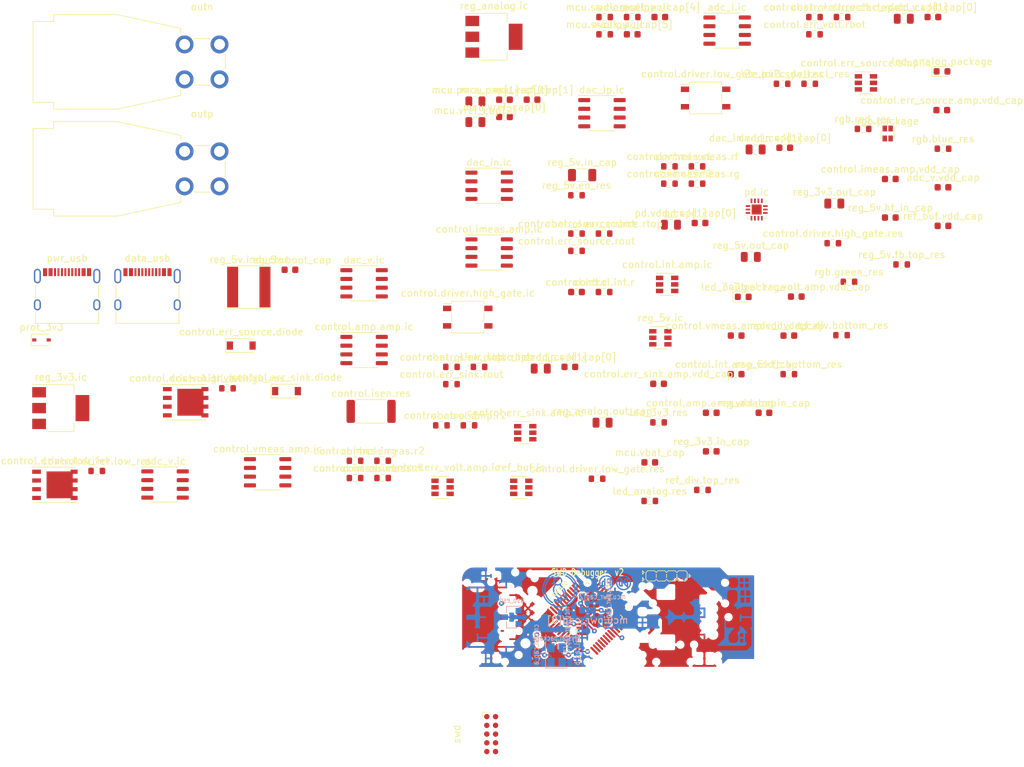
<source format=kicad_pcb>
(kicad_pcb (version 20171130) (host pcbnew "(5.1.10)-1")
  (layers (0 F.Cu signal) (1 In1.Cu signal) (2 In2.Cu signal) (31 B.Cu signal) (34 B.Paste user) (35 F.Paste user) (36 B.SilkS user) (37 F.SilkS user) (38 B.Mask user) (39 F.Mask user) (44 Edge.Cuts user))
  (net 0 "")
  (net 1 gnd)
  (net 2 vusb)
  (net 3 mcu.xtal.xtal_in)
  (net 4 swd.swd.reset)
  (net 5 v3v3)
  (net 6 crystal.crystal.b)
  (net 7 mcu.swd.swo)
  (net 8 vref)
  (net 9 adc_i.vin)
  (net 10 mcu.digital[8])
  (net 11 dac_in.spi.miso)
  (net 12 dac_in.spi.sck)
  (net 13 control.measured_voltage)
  (net 14 adc_v.cs)
  (net 15 control.driver.control)
  (net 16 control.amp.input)
  (net 17 "control.amp.(adapter)r1.b.src")
  (net 18 ref_buf.output)
  (net 19 control.imeas.input_positive)
  (net 20 control.driver.high_gate.ic.ledk)
  (net 21 mcu.digital[10])
  (net 22 "control.driver.(adapter)high_res.b.src")
  (net 23 control.driver.low_res.a)
  (net 24 control.low_en)
  (net 25 control.driver.low_gate.ic.ledk)
  (net 26 control.int_link)
  (net 27 control.err_sink.rtop.b)
  (net 28 "control.err_sink.(adapter)diode.cathode.src")
  (net 29 control.err_sink.diode.anode)
  (net 30 dac_in.out)
  (net 31 "control.err_source.(adapter)diode.anode.dst")
  (net 32 "control.err_source.(adapter)rbot.b.dst")
  (net 33 "control.err_source.(adapter)rout.a.dst")
  (net 34 control.control_current_source)
  (net 35 control.err_volt.rout.a)
  (net 36 "control.err_volt.(adapter)rbot.b.dst")
  (net 37 control.control_voltage)
  (net 38 "control.imeas.(adapter)rf.b.src")
  (net 39 control.imeas.amp.inp)
  (net 40 "(adapter)outp.port.src")
  (net 41 "control.int.(adapter)r.b.dst")
  (net 42 control.vmeas.rg.b)
  (net 43 "control.vmeas.(adapter)rf.b.src")
  (net 44 dac_ip.ldac)
  (net 45 adc_v.spi.mosi)
  (net 46 mcu.digital[6])
  (net 47 mcu.digital[5])
  (net 48 dac_v.cs)
  (net 49 data_usb.shield)
  (net 50 data_usb.B4)
  (net 51 usb_esd.usb.dp)
  (net 52 data_usb.usb.dm)
  (net 53 mcu.i2c_0.scl)
  (net 54 pd.i2c.sda)
  (net 55 led_3v3.res.a)
  (net 56 led_analog.package.k)
  (net 57 mcu.digital[1])
  (net 58 rgb.green)
  (net 59 pd.int)
  (net 60 mcu.swd.swclk)
  (net 61 swd.swd.swdio)
  (net 62 rgb.blue)
  (net 63 pwr_usb.cc.cc2)
  (net 64 pwr_usb.cc.cc1)
  (net 65 pd.ic.vconn)
  (net 66 pwr_usb.usb.dm)
  (net 67 pwr_usb.usb.dp)
  (net 68 pwr_usb.S1)
  (net 69 ref_buf.inp)
  (net 70 reg_5v.boot_cap.pos)
  (net 71 reg_5v._switch_net)
  (net 72 "reg_5v.(adapter)en_res.b.dst")
  (net 73 reg_5v.fb.output)
  (net 74 reg_5v._pwr_out_net)
  (net 75 rgb.blue_res.a)
  (net 76 rgb.package.k_green)
  (net 77 rgb.package.k_red)
  (module Package_TO_SOT_SMD:SOT-23 (layer B.Cu) (at 146 56 180)
    (fp_text reference usb_esd (at 0 2.5 180) (layer B.SilkS) (effects (font (size 0.8 0.6) (thickness 0.1)) (justify mirror)))
    (fp_text value "TPD2E009 (Texas Instruments)")
    (pad 1 smd rect (at -1 0.95 180) (size 0.9 0.8) (layers B.Cu B.Paste B.Mask) (net 52 data_usb.usb.dm))
    (pad 2 smd rect (at -1 -0.95 180) (size 0.9 0.8) (layers B.Cu B.Paste B.Mask) (net 51 usb_esd.usb.dp))
    (pad 3 smd rect (at 1 0 180) (size 0.9 0.8) (layers B.Cu B.Paste B.Mask) (net 1 gnd))
  )
  (module Package_QFP:LQFP-48_7x7mm_P0.5mm (layer F.Cu) (at 157 56 45)
    (fp_text reference mcu.ic (at 0 -5.85 45) (layer F.SilkS) (effects (font (size 0.8 0.6) (thickness 0.1))))
    (fp_text value "LPC1549JBD48 (NXP)")
    (pad 1 smd roundrect (at -4.1625 -2.75 45) (size 1.475 0.3) (layers F.Cu F.Paste F.Mask) (net 11 dac_in.spi.miso))
    (pad 2 smd roundrect (at -4.1625 -2.25 45) (size 1.475 0.3) (layers F.Cu F.Paste F.Mask) (net 46 mcu.digital[6]))
    (pad 3 smd roundrect (at -4.1625 -1.75 45) (size 1.475 0.3) (layers F.Cu F.Paste F.Mask) (net 21 mcu.digital[10]))
    (pad 4 smd roundrect (at -4.1625 -1.25 45) (size 1.475 0.3) (layers F.Cu F.Paste F.Mask) (net 10 mcu.digital[8]))
    (pad 5 smd roundrect (at -4.1625 -0.75 45) (size 1.475 0.3) (layers F.Cu F.Paste F.Mask))
    (pad 6 smd roundrect (at -4.1625 -0.25 45) (size 1.475 0.3) (layers F.Cu F.Paste F.Mask))
    (pad 7 smd roundrect (at -4.1625 0.25 45) (size 1.475 0.3) (layers F.Cu F.Paste F.Mask))
    (pad 8 smd roundrect (at -4.1625 0.75 45) (size 1.475 0.3) (layers F.Cu F.Paste F.Mask) (net 57 mcu.digital[1]))
    (pad 9 smd roundrect (at -4.1625 1.25 45) (size 1.475 0.3) (layers F.Cu F.Paste F.Mask) (net 7 mcu.swd.swo))
    (pad 10 smd roundrect (at -4.1625 1.75 45) (size 1.475 0.3) (layers F.Cu F.Paste F.Mask) (net 5 v3v3))
    (pad 11 smd roundrect (at -4.1625 2.25 45) (size 1.475 0.3) (layers F.Cu F.Paste F.Mask) (net 1 gnd))
    (pad 12 smd roundrect (at -4.1625 2.75 45) (size 1.475 0.3) (layers F.Cu F.Paste F.Mask) (net 12 dac_in.spi.sck))
    (pad 13 smd roundrect (at -2.75 4.1625 45) (size 0.3 1.475) (layers F.Cu F.Paste F.Mask))
    (pad 14 smd roundrect (at -2.25 4.1625 45) (size 0.3 1.475) (layers F.Cu F.Paste F.Mask) (net 5 v3v3))
    (pad 15 smd roundrect (at -1.75 4.1625 45) (size 0.3 1.475) (layers F.Cu F.Paste F.Mask))
    (pad 16 smd roundrect (at -1.25 4.1625 45) (size 0.3 1.475) (layers F.Cu F.Paste F.Mask) (net 5 v3v3))
    (pad 17 smd roundrect (at -0.75 4.1625 45) (size 0.3 1.475) (layers F.Cu F.Paste F.Mask) (net 1 gnd))
    (pad 18 smd roundrect (at -0.25 4.1625 45) (size 0.3 1.475) (layers F.Cu F.Paste F.Mask))
    (pad 19 smd roundrect (at 0.25 4.1625 45) (size 0.3 1.475) (layers F.Cu F.Paste F.Mask))
    (pad 20 smd roundrect (at 0.75 4.1625 45) (size 0.3 1.475) (layers F.Cu F.Paste F.Mask) (net 1 gnd))
    (pad 21 smd roundrect (at 1.25 4.1625 45) (size 0.3 1.475) (layers F.Cu F.Paste F.Mask) (net 58 rgb.green))
    (pad 22 smd roundrect (at 1.75 4.1625 45) (size 0.3 1.475) (layers F.Cu F.Paste F.Mask) (net 59 pd.int))
    (pad 23 smd roundrect (at 2.25 4.1625 45) (size 0.3 1.475) (layers F.Cu F.Paste F.Mask))
    (pad 24 smd roundrect (at 2.75 4.1625 45) (size 0.3 1.475) (layers F.Cu F.Paste F.Mask))
    (pad 25 smd roundrect (at 4.1625 2.75 45) (size 1.475 0.3) (layers F.Cu F.Paste F.Mask) (net 6 crystal.crystal.b))
    (pad 26 smd roundrect (at 4.1625 2.25 45) (size 1.475 0.3) (layers F.Cu F.Paste F.Mask) (net 3 mcu.xtal.xtal_in))
    (pad 27 smd roundrect (at 4.1625 1.75 45) (size 1.475 0.3) (layers F.Cu F.Paste F.Mask) (net 5 v3v3))
    (pad 28 smd roundrect (at 4.1625 1.25 45) (size 1.475 0.3) (layers F.Cu F.Paste F.Mask) (net 24 control.low_en))
    (pad 29 smd roundrect (at 4.1625 0.75 45) (size 1.475 0.3) (layers F.Cu F.Paste F.Mask) (net 60 mcu.swd.swclk))
    (pad 30 smd roundrect (at 4.1625 0.25 45) (size 1.475 0.3) (layers F.Cu F.Paste F.Mask) (net 5 v3v3))
    (pad 31 smd roundrect (at 4.1625 -0.25 45) (size 1.475 0.3) (layers F.Cu F.Paste F.Mask))
    (pad 32 smd roundrect (at 4.1625 -0.75 45) (size 1.475 0.3) (layers F.Cu F.Paste F.Mask))
    (pad 33 smd roundrect (at 4.1625 -1.25 45) (size 1.475 0.3) (layers F.Cu F.Paste F.Mask) (net 61 swd.swd.swdio))
    (pad 34 smd roundrect (at 4.1625 -1.75 45) (size 1.475 0.3) (layers F.Cu F.Paste F.Mask) (net 4 swd.swd.reset))
    (pad 35 smd roundrect (at 4.1625 -2.25 45) (size 1.475 0.3) (layers F.Cu F.Paste F.Mask) (net 51 usb_esd.usb.dp))
    (pad 36 smd roundrect (at 4.1625 -2.75 45) (size 1.475 0.3) (layers F.Cu F.Paste F.Mask) (net 52 data_usb.usb.dm))
    (pad 37 smd roundrect (at 2.75 -4.1625 45) (size 0.3 1.475) (layers F.Cu F.Paste F.Mask))
    (pad 38 smd roundrect (at 2.25 -4.1625 45) (size 0.3 1.475) (layers F.Cu F.Paste F.Mask))
    (pad 39 smd roundrect (at 1.75 -4.1625 45) (size 0.3 1.475) (layers F.Cu F.Paste F.Mask) (net 5 v3v3))
    (pad 40 smd roundrect (at 1.25 -4.1625 45) (size 0.3 1.475) (layers F.Cu F.Paste F.Mask) (net 1 gnd))
    (pad 41 smd roundrect (at 0.75 -4.1625 45) (size 0.3 1.475) (layers F.Cu F.Paste F.Mask) (net 1 gnd))
    (pad 42 smd roundrect (at 0.25 -4.1625 45) (size 0.3 1.475) (layers F.Cu F.Paste F.Mask) (net 5 v3v3))
    (pad 43 smd roundrect (at -0.25 -4.1625 45) (size 0.3 1.475) (layers F.Cu F.Paste F.Mask) (net 48 dac_v.cs))
    (pad 44 smd roundrect (at -0.75 -4.1625 45) (size 0.3 1.475) (layers F.Cu F.Paste F.Mask) (net 44 dac_ip.ldac))
    (pad 45 smd roundrect (at -1.25 -4.1625 45) (size 0.3 1.475) (layers F.Cu F.Paste F.Mask) (net 62 rgb.blue))
    (pad 46 smd roundrect (at -1.75 -4.1625 45) (size 0.3 1.475) (layers F.Cu F.Paste F.Mask) (net 45 adc_v.spi.mosi))
    (pad 47 smd roundrect (at -2.25 -4.1625 45) (size 0.3 1.475) (layers F.Cu F.Paste F.Mask) (net 47 mcu.digital[5]))
    (pad 48 smd roundrect (at -2.75 -4.1625 45) (size 0.3 1.475) (layers F.Cu F.Paste F.Mask) (net 14 adc_v.cs))
  )
  (module Capacitor_SMD:C_0603_1608Metric (layer B.Cu) (at 157 53)
    (fp_text reference mcu.pwr_cap[2] (at 2 0) (layer B.SilkS) (effects (font (size 0.8 0.6) (thickness 0.1)) (justify mirror)))
    (fp_text value "CL10B104KB8NNNC (Samsung Electro-Mechanics) - 0.1µF, 50V")
    (pad 1 smd roundrect (at -0.7875 0) (size 0.875 0.95) (layers B.Cu B.Paste B.Mask) (net 5 v3v3))
    (pad 2 smd roundrect (at 0.7875 0) (size 0.875 0.95) (layers B.Cu B.Paste B.Mask) (net 1 gnd))
  )
  (module Capacitor_SMD:C_0603_1608Metric (layer B.Cu) (at 160 56 270)
    (fp_text reference mcu.pwr_cap[1] (at -2 0 270) (layer B.SilkS) (effects (font (size 0.8 0.6) (thickness 0.1)) (justify mirror)))
    (fp_text value "CL10B103KB8NNNC (Samsung Electro-Mechanics) - 10000pF, 50V")
    (pad 2 smd roundrect (at 0.7875 0 270) (size 0.875 0.95) (layers B.Cu B.Paste B.Mask) (net 1 gnd))
    (pad 1 smd roundrect (at -0.7875 0 270) (size 0.875 0.95) (layers B.Cu B.Paste B.Mask) (net 5 v3v3))
  )
  (module Capacitor_SMD:C_0603_1608Metric (layer B.Cu) (at 154 56 90)
    (fp_text reference mcu.pwr_cap[3] (at -2 0 90) (layer B.SilkS) (effects (font (size 0.8 0.6) (thickness 0.1)) (justify mirror)))
    (fp_text value "CL10B103KB8NNNC (Samsung Electro-Mechanics) - 10000pF, 50V")
    (pad 1 smd roundrect (at -0.7875 0 90) (size 0.875 0.95) (layers B.Cu B.Paste B.Mask) (net 5 v3v3))
    (pad 2 smd roundrect (at 0.7875 0 90) (size 0.875 0.95) (layers B.Cu B.Paste B.Mask) (net 1 gnd))
  )
  (module Capacitor_SMD:C_0603_1608Metric (layer B.Cu) (at 149.5 62 270)
    (fp_text reference crystal.cap_a (at -2 0 270) (layer B.SilkS) (effects (font (size 0.8 0.6) (thickness 0.1)) (justify mirror)))
    (fp_text value "CL10C100JB8NNNC (Samsung Electro-Mechanics) - 10pF, 50V")
    (pad 2 smd roundrect (at 0.7875 0 270) (size 0.875 0.95) (layers B.Cu B.Paste B.Mask) (net 1 gnd))
    (pad 1 smd roundrect (at -0.7875 0 270) (size 0.875 0.95) (layers B.Cu B.Paste B.Mask) (net 3 mcu.xtal.xtal_in))
  )
  (module Capacitor_SMD:C_0603_1608Metric (layer B.Cu) (at 155.5 62 270)
    (fp_text reference crystal.cap_b (at -2 0 270) (layer B.SilkS) (effects (font (size 0.8 0.6) (thickness 0.1)) (justify mirror)))
    (fp_text value "CL10C100JB8NNNC (Samsung Electro-Mechanics) - 10pF, 50V")
    (pad 1 smd roundrect (at -0.7875 0 270) (size 0.875 0.95) (layers B.Cu B.Paste B.Mask) (net 6 crystal.crystal.b))
    (pad 2 smd roundrect (at 0.7875 0 270) (size 0.875 0.95) (layers B.Cu B.Paste B.Mask) (net 1 gnd))
  )
  (module Oscillator:Oscillator_SMD_Abracon_ASE-4Pin_3.2x2.5mm (layer B.Cu) (at 152.5 61.5 90)
    (fp_text reference crystal.package (at 2.5 0 180) (layer B.SilkS) (effects (font (size 0.8 0.6) (thickness 0.1)) (justify mirror)))
    (fp_text value "ABM8G-106-12.000MHZ-T (Abracon LLC) - 12MHz, 10pF")
    (pad 1 smd rect (at -1.05 -0.825 90) (size 1.3 1.1) (layers B.Cu B.Paste B.Mask) (net 3 mcu.xtal.xtal_in))
    (pad 2 smd rect (at 1.05 -0.825 90) (size 1.3 1.1) (layers B.Cu B.Paste B.Mask) (net 1 gnd))
    (pad 3 smd rect (at 1.05 0.825 90) (size 1.3 1.1) (layers B.Cu B.Paste B.Mask) (net 6 crystal.crystal.b))
    (pad 4 smd rect (at -1.05 0.825 90) (size 1.3 1.1) (layers B.Cu B.Paste B.Mask) (net 1 gnd))
  )
  (module Package_SO:SO-8_3.9x4.9mm_P1.27mm (layer F.Cu) (at 177.305001 -29.274999)
    (fp_text reference adc_i.ic (at 0 -3.4) (layer F.SilkS))
    (fp_text value "MCP3201T-BI/SN (Microchip Technology)")
    (pad 1 smd roundrect (at -2.575 -1.905) (size 1.75 0.6) (layers F.Cu F.Paste F.Mask) (net 8 vref))
    (pad 2 smd roundrect (at -2.575 -0.635) (size 1.75 0.6) (layers F.Cu F.Paste F.Mask) (net 9 adc_i.vin))
    (pad 3 smd roundrect (at -2.575 0.635) (size 1.75 0.6) (layers F.Cu F.Paste F.Mask) (net 1 gnd))
    (pad 4 smd roundrect (at -2.575 1.905) (size 1.75 0.6) (layers F.Cu F.Paste F.Mask) (net 1 gnd))
    (pad 5 smd roundrect (at 2.575 1.905) (size 1.75 0.6) (layers F.Cu F.Paste F.Mask) (net 10 mcu.digital[8]))
    (pad 6 smd roundrect (at 2.575 0.635) (size 1.75 0.6) (layers F.Cu F.Paste F.Mask) (net 11 dac_in.spi.miso))
    (pad 7 smd roundrect (at 2.575 -0.635) (size 1.75 0.6) (layers F.Cu F.Paste F.Mask) (net 12 dac_in.spi.sck))
    (pad 8 smd roundrect (at 2.575 -1.905) (size 1.75 0.6) (layers F.Cu F.Paste F.Mask) (net 5 v3v3))
  )
  (module Capacitor_SMD:C_0603_1608Metric (layer F.Cu) (at 186.275001 15.065001)
    (fp_text reference adc_i.vdd_cap (at 0 -1.43) (layer F.SilkS))
    (fp_text value "CL10A105KP8NNNC (Samsung Electro-Mechanics) - 1µF, 10V")
    (pad 2 smd roundrect (at 0.775 0) (size 0.9 0.95) (layers F.Cu F.Paste F.Mask) (net 1 gnd))
    (pad 1 smd roundrect (at -0.775 0) (size 0.9 0.95) (layers F.Cu F.Paste F.Mask) (net 5 v3v3))
  )
  (module Package_SO:SO-8_3.9x4.9mm_P1.27mm (layer F.Cu) (at 95.585001 36.715001)
    (fp_text reference adc_v.ic (at 0 -3.4) (layer F.SilkS))
    (fp_text value "MCP3201T-BI/SN (Microchip Technology)")
    (pad 1 smd roundrect (at -2.575 -1.905) (size 1.75 0.6) (layers F.Cu F.Paste F.Mask) (net 8 vref))
    (pad 2 smd roundrect (at -2.575 -0.635) (size 1.75 0.6) (layers F.Cu F.Paste F.Mask) (net 13 control.measured_voltage))
    (pad 3 smd roundrect (at -2.575 0.635) (size 1.75 0.6) (layers F.Cu F.Paste F.Mask) (net 1 gnd))
    (pad 4 smd roundrect (at -2.575 1.905) (size 1.75 0.6) (layers F.Cu F.Paste F.Mask) (net 1 gnd))
    (pad 5 smd roundrect (at 2.575 1.905) (size 1.75 0.6) (layers F.Cu F.Paste F.Mask) (net 14 adc_v.cs))
    (pad 6 smd roundrect (at 2.575 0.635) (size 1.75 0.6) (layers F.Cu F.Paste F.Mask) (net 11 dac_in.spi.miso))
    (pad 7 smd roundrect (at 2.575 -0.635) (size 1.75 0.6) (layers F.Cu F.Paste F.Mask) (net 12 dac_in.spi.sck))
    (pad 8 smd roundrect (at 2.575 -1.905) (size 1.75 0.6) (layers F.Cu F.Paste F.Mask) (net 5 v3v3))
  )
  (module Capacitor_SMD:C_0603_1608Metric (layer F.Cu) (at 208.685001 -6.494999)
    (fp_text reference adc_v.vdd_cap (at 0 -1.43) (layer F.SilkS))
    (fp_text value "CL10A105KP8NNNC (Samsung Electro-Mechanics) - 1µF, 10V")
    (pad 1 smd roundrect (at -0.775 0) (size 0.9 0.95) (layers F.Cu F.Paste F.Mask) (net 5 v3v3))
    (pad 2 smd roundrect (at 0.775 0) (size 0.9 0.95) (layers F.Cu F.Paste F.Mask) (net 1 gnd))
  )
  (module Package_SO:SO-8_3.9x4.9mm_P1.27mm (layer F.Cu) (at 124.525001 17.165001)
    (fp_text reference control.amp.amp.ic (at 0 -3.4) (layer F.SilkS))
    (fp_text value "OPA197IDR (Texas Instruments)")
    (pad 8 smd roundrect (at 2.575 -1.905) (size 1.75 0.6) (layers F.Cu F.Paste F.Mask))
    (pad 7 smd roundrect (at 2.575 -0.635) (size 1.75 0.6) (layers F.Cu F.Paste F.Mask) (net 2 vusb))
    (pad 6 smd roundrect (at 2.575 0.635) (size 1.75 0.6) (layers F.Cu F.Paste F.Mask) (net 15 control.driver.control))
    (pad 5 smd roundrect (at 2.575 1.905) (size 1.75 0.6) (layers F.Cu F.Paste F.Mask))
    (pad 4 smd roundrect (at -2.575 1.905) (size 1.75 0.6) (layers F.Cu F.Paste F.Mask) (net 1 gnd))
    (pad 3 smd roundrect (at -2.575 0.635) (size 1.75 0.6) (layers F.Cu F.Paste F.Mask) (net 16 control.amp.input))
    (pad 2 smd roundrect (at -2.575 -0.635) (size 1.75 0.6) (layers F.Cu F.Paste F.Mask) (net 17 "control.amp.(adapter)r1.b.src"))
    (pad 1 smd roundrect (at -2.575 -1.905) (size 1.75 0.6) (layers F.Cu F.Paste F.Mask))
  )
  (module Capacitor_SMD:C_0603_1608Metric (layer F.Cu) (at 174.995001 26.285001)
    (fp_text reference control.amp.amp.vdd_cap (at 0 -1.43) (layer F.SilkS))
    (fp_text value "CL10B104KB8NNNC (Samsung Electro-Mechanics) - 0.1µF, 50V")
    (pad 1 smd roundrect (at -0.775 0) (size 0.9 0.95) (layers F.Cu F.Paste F.Mask) (net 2 vusb))
    (pad 2 smd roundrect (at 0.775 0) (size 0.9 0.95) (layers F.Cu F.Paste F.Mask) (net 1 gnd))
  )
  (module Resistor_SMD:R_0603_1608Metric (layer F.Cu) (at 135.765001 28.115001)
    (fp_text reference control.amp.r1 (at 0 -1.43) (layer F.SilkS))
    (fp_text value "39k, 1%, 0.1 W")
    (pad 2 smd roundrect (at 0.825 0) (size 0.8 0.95) (layers F.Cu F.Paste F.Mask) (net 17 "control.amp.(adapter)r1.b.src"))
    (pad 1 smd roundrect (at -0.825 0) (size 0.8 0.95) (layers F.Cu F.Paste F.Mask) (net 15 control.driver.control))
  )
  (module Resistor_SMD:R_0603_1608Metric (layer F.Cu) (at 139.775001 28.115001)
    (fp_text reference control.amp.r2 (at 0 -1.43) (layer F.SilkS))
    (fp_text value "2k, 1%, 0.1 W")
    (pad 1 smd roundrect (at -0.825 0) (size 0.8 0.95) (layers F.Cu F.Paste F.Mask) (net 17 "control.amp.(adapter)r1.b.src"))
    (pad 2 smd roundrect (at 0.825 0) (size 0.8 0.95) (layers F.Cu F.Paste F.Mask) (net 18 ref_buf.output))
  )
  (module Package_SO:PowerPAK_SO-8_Single (layer F.Cu) (at 98.585001 24.755001)
    (fp_text reference control.driver.high_fet (at 0 -3.5) (layer F.SilkS))
    (fp_text value "SIR172ADP-T1-GE3 (Vishay Siliconix) - Vds=30 V, Ids=24A (Tc)")
    (pad 5 smd rect (at 0.69 0) (size 3.81 3.91) (layers F.Cu F.Paste F.Mask) (net 2 vusb))
    (pad 5 smd rect (at 2.795 -1.905) (size 1.02 0.61) (layers F.Cu F.Paste F.Mask) (net 2 vusb))
    (pad 5 smd rect (at 2.795 -0.635) (size 1.02 0.61) (layers F.Cu F.Paste F.Mask) (net 2 vusb))
    (pad 5 smd rect (at 2.795 0.635) (size 1.02 0.61) (layers F.Cu F.Paste F.Mask) (net 2 vusb))
    (pad 5 smd rect (at 2.795 1.905) (size 1.02 0.61) (layers F.Cu F.Paste F.Mask) (net 2 vusb))
    (pad 4 smd rect (at -2.67 1.905) (size 1.27 0.61) (layers F.Cu F.Paste F.Mask) (net 19 control.imeas.input_positive))
    (pad 3 smd rect (at -2.67 0.635) (size 1.27 0.61) (layers F.Cu F.Paste F.Mask) (net 19 control.imeas.input_positive))
    (pad 2 smd rect (at -2.67 -0.635) (size 1.27 0.61) (layers F.Cu F.Paste F.Mask) (net 19 control.imeas.input_positive))
    (pad 1 smd rect (at -2.67 -1.905) (size 1.27 0.61) (layers F.Cu F.Paste F.Mask) (net 19 control.imeas.input_positive))
  )
  (module Package_SO:SO-4_4.4x4.3mm_P2.54mm (layer F.Cu) (at 139.595001 12.385001)
    (fp_text reference control.driver.high_gate.ic (at 0 -3.5) (layer F.SilkS))
    (fp_text value "G3VM-61GR2 (Omron Electronics)")
    (pad 3 smd rect (at 3 1.27 270) (size 0.8 1.2) (layers F.Cu F.Paste F.Mask) (net 15 control.driver.control))
    (pad 2 smd rect (at -3 1.27 270) (size 0.8 1.2) (layers F.Cu F.Paste F.Mask) (net 20 control.driver.high_gate.ic.ledk))
    (pad 1 smd rect (at -3 -1.27 270) (size 0.8 1.2) (layers F.Cu F.Paste F.Mask) (net 21 mcu.digital[10]))
    (pad 4 smd rect (at 3 -1.27 270) (size 0.8 1.2) (layers F.Cu F.Paste F.Mask) (net 22 "control.driver.(adapter)high_res.b.src"))
  )
  (module Resistor_SMD:R_0603_1608Metric (layer F.Cu) (at 192.665001 1.635001)
    (fp_text reference control.driver.high_gate.res (at 0 -1.43) (layer F.SilkS))
    (fp_text value "220, 1%, 0.1 W")
    (pad 2 smd roundrect (at 0.825 0) (size 0.8 0.95) (layers F.Cu F.Paste F.Mask) (net 1 gnd))
    (pad 1 smd roundrect (at -0.825 0) (size 0.8 0.95) (layers F.Cu F.Paste F.Mask) (net 20 control.driver.high_gate.ic.ledk))
  )
  (module Resistor_SMD:R_0603_1608Metric (layer F.Cu) (at 104.665001 22.735001)
    (fp_text reference control.driver.high_res (at 0 -1.43) (layer F.SilkS))
    (fp_text value "4.7k, 1%, 0.1 W")
    (pad 1 smd roundrect (at -0.825 0) (size 0.8 0.95) (layers F.Cu F.Paste F.Mask) (net 22 "control.driver.(adapter)high_res.b.src"))
    (pad 2 smd roundrect (at 0.825 0) (size 0.8 0.95) (layers F.Cu F.Paste F.Mask) (net 22 "control.driver.(adapter)high_res.b.src"))
  )
  (module Package_SO:PowerPAK_SO-8_Single (layer F.Cu) (at 79.575001 36.765001)
    (fp_text reference control.driver.low_fet (at 0 -3.5) (layer F.SilkS))
    (fp_text value "SQJ433EP-T1_GE3 (Vishay Siliconix) - Vds=30 V, Ids=75A (Tc)")
    (pad 1 smd rect (at -2.67 -1.905) (size 1.27 0.61) (layers F.Cu F.Paste F.Mask) (net 19 control.imeas.input_positive))
    (pad 2 smd rect (at -2.67 -0.635) (size 1.27 0.61) (layers F.Cu F.Paste F.Mask) (net 19 control.imeas.input_positive))
    (pad 3 smd rect (at -2.67 0.635) (size 1.27 0.61) (layers F.Cu F.Paste F.Mask) (net 19 control.imeas.input_positive))
    (pad 4 smd rect (at -2.67 1.905) (size 1.27 0.61) (layers F.Cu F.Paste F.Mask) (net 19 control.imeas.input_positive))
    (pad 5 smd rect (at 2.795 1.905) (size 1.02 0.61) (layers F.Cu F.Paste F.Mask) (net 1 gnd))
    (pad 5 smd rect (at 2.795 0.635) (size 1.02 0.61) (layers F.Cu F.Paste F.Mask) (net 1 gnd))
    (pad 5 smd rect (at 2.795 -0.635) (size 1.02 0.61) (layers F.Cu F.Paste F.Mask) (net 1 gnd))
    (pad 5 smd rect (at 2.795 -1.905) (size 1.02 0.61) (layers F.Cu F.Paste F.Mask) (net 1 gnd))
    (pad 5 smd rect (at 0.69 0) (size 3.81 3.91) (layers F.Cu F.Paste F.Mask) (net 1 gnd))
  )
  (module Package_SO:SO-4_4.4x4.3mm_P2.54mm (layer F.Cu) (at 174.175001 -19.474999)
    (fp_text reference control.driver.low_gate.ic (at 0 -3.5) (layer F.SilkS))
    (fp_text value "G3VM-61GR2 (Omron Electronics)")
    (pad 4 smd rect (at 3 -1.27 270) (size 0.8 1.2) (layers F.Cu F.Paste F.Mask) (net 23 control.driver.low_res.a))
    (pad 1 smd rect (at -3 -1.27 270) (size 0.8 1.2) (layers F.Cu F.Paste F.Mask) (net 24 control.low_en))
    (pad 2 smd rect (at -3 1.27 270) (size 0.8 1.2) (layers F.Cu F.Paste F.Mask) (net 25 control.driver.low_gate.ic.ledk))
    (pad 3 smd rect (at 3 1.27 270) (size 0.8 1.2) (layers F.Cu F.Paste F.Mask) (net 15 control.driver.control))
  )
  (module Resistor_SMD:R_0603_1608Metric (layer F.Cu) (at 158.395001 35.875001)
    (fp_text reference control.driver.low_gate.res (at 0 -1.43) (layer F.SilkS))
    (fp_text value "220, 1%, 0.1 W")
    (pad 1 smd roundrect (at -0.825 0) (size 0.8 0.95) (layers F.Cu F.Paste F.Mask) (net 25 control.driver.low_gate.ic.ledk))
    (pad 2 smd roundrect (at 0.825 0) (size 0.8 0.95) (layers F.Cu F.Paste F.Mask) (net 1 gnd))
  )
  (module Resistor_SMD:R_0603_1608Metric (layer F.Cu) (at 85.655001 34.745001)
    (fp_text reference control.driver.low_res (at 0 -1.43) (layer F.SilkS))
    (fp_text value "4.7k, 1%, 0.1 W")
    (pad 1 smd roundrect (at -0.825 0) (size 0.8 0.95) (layers F.Cu F.Paste F.Mask) (net 23 control.driver.low_res.a))
    (pad 2 smd roundrect (at 0.825 0) (size 0.8 0.95) (layers F.Cu F.Paste F.Mask) (net 23 control.driver.low_res.a))
  )
  (module Package_TO_SOT_SMD:SOT-23-6 (layer F.Cu) (at 147.955001 29.185001)
    (fp_text reference control.err_sink.amp.ic (at 0 -2.9) (layer F.SilkS))
    (fp_text value "TLV9061SQDBVRQ1 (Texas Instruments)")
    (pad 5 smd rect (at 1.1 0) (size 1.06 0.65) (layers F.Cu F.Paste F.Mask) (net 5 v3v3))
    (pad 6 smd rect (at 1.1 -0.95) (size 1.06 0.65) (layers F.Cu F.Paste F.Mask) (net 5 v3v3))
    (pad 4 smd rect (at 1.1 0.95) (size 1.06 0.65) (layers F.Cu F.Paste F.Mask) (net 26 control.int_link))
    (pad 3 smd rect (at -1.1 0.95) (size 1.06 0.65) (layers F.Cu F.Paste F.Mask) (net 27 control.err_sink.rtop.b))
    (pad 2 smd rect (at -1.1 0) (size 1.06 0.65) (layers F.Cu F.Paste F.Mask) (net 1 gnd))
    (pad 1 smd rect (at -1.1 -0.95) (size 1.06 0.65) (layers F.Cu F.Paste F.Mask) (net 28 "control.err_sink.(adapter)diode.cathode.src"))
  )
  (module Capacitor_SMD:C_0603_1608Metric (layer F.Cu) (at 167.335001 22.075001)
    (fp_text reference control.err_sink.amp.vdd_cap (at 0 -1.43) (layer F.SilkS))
    (fp_text value "CL10B104KB8NNNC (Samsung Electro-Mechanics) - 0.1µF, 50V")
    (pad 1 smd roundrect (at -0.775 0) (size 0.9 0.95) (layers F.Cu F.Paste F.Mask) (net 5 v3v3))
    (pad 2 smd roundrect (at 0.775 0) (size 0.9 0.95) (layers F.Cu F.Paste F.Mask) (net 1 gnd))
  )
  (module Diode_SMD:D_SOD-123 (layer F.Cu) (at 113.245001 23.135001)
    (fp_text reference control.err_sink.diode (at 0 -2) (layer F.SilkS))
    (fp_text value "DSS14UTR (SMC Diode Solutions) - Vr=40V, I=1A")
    (pad 1 smd rect (at -1.65 0) (size 0.9 1.2) (layers F.Cu F.Paste F.Mask) (net 28 "control.err_sink.(adapter)diode.cathode.src"))
    (pad 2 smd rect (at 1.65 0) (size 0.9 1.2) (layers F.Cu F.Paste F.Mask) (net 29 control.err_sink.diode.anode))
  )
  (module Resistor_SMD:R_0603_1608Metric (layer F.Cu) (at 141.235001 19.615001)
    (fp_text reference control.err_sink.rbot (at 0 -1.43) (layer F.SilkS))
    (fp_text value "100k, 1%, 0.1 W")
    (pad 2 smd roundrect (at 0.825 0) (size 0.8 0.95) (layers F.Cu F.Paste F.Mask) (net 27 control.err_sink.rtop.b))
    (pad 1 smd roundrect (at -0.825 0) (size 0.8 0.95) (layers F.Cu F.Paste F.Mask) (net 9 adc_i.vin))
  )
  (module Resistor_SMD:R_0603_1608Metric (layer F.Cu) (at 137.225001 22.125001)
    (fp_text reference control.err_sink.rout (at 0 -1.43) (layer F.SilkS))
    (fp_text value "4.7k, 1%, 0.1 W")
    (pad 1 smd roundrect (at -0.825 0) (size 0.8 0.95) (layers F.Cu F.Paste F.Mask) (net 29 control.err_sink.diode.anode))
    (pad 2 smd roundrect (at 0.825 0) (size 0.8 0.95) (layers F.Cu F.Paste F.Mask) (net 26 control.int_link))
  )
  (module Resistor_SMD:R_0603_1608Metric (layer F.Cu) (at 137.225001 19.615001)
    (fp_text reference control.err_sink.rtop (at 0 -1.43) (layer F.SilkS))
    (fp_text value "100k, 1%, 0.1 W")
    (pad 1 smd roundrect (at -0.825 0) (size 0.8 0.95) (layers F.Cu F.Paste F.Mask) (net 30 dac_in.out))
    (pad 2 smd roundrect (at 0.825 0) (size 0.8 0.95) (layers F.Cu F.Paste F.Mask) (net 27 control.err_sink.rtop.b))
  )
  (module Package_TO_SOT_SMD:SOT-23-6 (layer F.Cu) (at 197.485001 -21.674999)
    (fp_text reference control.err_source.amp.ic (at 0 -2.9) (layer F.SilkS))
    (fp_text value "TLV9061SQDBVRQ1 (Texas Instruments)")
    (pad 1 smd rect (at -1.1 -0.95) (size 1.06 0.65) (layers F.Cu F.Paste F.Mask) (net 31 "control.err_source.(adapter)diode.anode.dst"))
    (pad 2 smd rect (at -1.1 0) (size 1.06 0.65) (layers F.Cu F.Paste F.Mask) (net 1 gnd))
    (pad 3 smd rect (at -1.1 0.95) (size 1.06 0.65) (layers F.Cu F.Paste F.Mask) (net 32 "control.err_source.(adapter)rbot.b.dst"))
    (pad 4 smd rect (at 1.1 0.95) (size 1.06 0.65) (layers F.Cu F.Paste F.Mask) (net 26 control.int_link))
    (pad 6 smd rect (at 1.1 -0.95) (size 1.06 0.65) (layers F.Cu F.Paste F.Mask) (net 5 v3v3))
    (pad 5 smd rect (at 1.1 0) (size 1.06 0.65) (layers F.Cu F.Paste F.Mask) (net 5 v3v3))
  )
  (module Capacitor_SMD:C_0603_1608Metric (layer F.Cu) (at 208.505001 -17.714999)
    (fp_text reference control.err_source.amp.vdd_cap (at 0 -1.43) (layer F.SilkS))
    (fp_text value "CL10B104KB8NNNC (Samsung Electro-Mechanics) - 0.1µF, 50V")
    (pad 2 smd roundrect (at 0.775 0) (size 0.9 0.95) (layers F.Cu F.Paste F.Mask) (net 1 gnd))
    (pad 1 smd roundrect (at -0.775 0) (size 0.9 0.95) (layers F.Cu F.Paste F.Mask) (net 5 v3v3))
  )
  (module Diode_SMD:D_SOD-123 (layer F.Cu) (at 106.665001 16.515001)
    (fp_text reference control.err_source.diode (at 0 -2) (layer F.SilkS))
    (fp_text value "DSS14UTR (SMC Diode Solutions) - Vr=40V, I=1A")
    (pad 2 smd rect (at 1.65 0) (size 0.9 1.2) (layers F.Cu F.Paste F.Mask) (net 31 "control.err_source.(adapter)diode.anode.dst"))
    (pad 1 smd rect (at -1.65 0) (size 0.9 1.2) (layers F.Cu F.Paste F.Mask) (net 33 "control.err_source.(adapter)rout.a.dst"))
  )
  (module Resistor_SMD:R_0603_1608Metric (layer F.Cu) (at 155.405001 0.235001)
    (fp_text reference control.err_source.rbot (at 0 -1.43) (layer F.SilkS))
    (fp_text value "100k, 1%, 0.1 W")
    (pad 1 smd roundrect (at -0.825 0) (size 0.8 0.95) (layers F.Cu F.Paste F.Mask) (net 9 adc_i.vin))
    (pad 2 smd roundrect (at 0.825 0) (size 0.8 0.95) (layers F.Cu F.Paste F.Mask) (net 32 "control.err_source.(adapter)rbot.b.dst"))
  )
  (module Resistor_SMD:R_0603_1608Metric (layer F.Cu) (at 155.405001 2.745001)
    (fp_text reference control.err_source.rout (at 0 -1.43) (layer F.SilkS))
    (fp_text value "4.7k, 1%, 0.1 W")
    (pad 2 smd roundrect (at 0.825 0) (size 0.8 0.95) (layers F.Cu F.Paste F.Mask) (net 26 control.int_link))
    (pad 1 smd roundrect (at -0.825 0) (size 0.8 0.95) (layers F.Cu F.Paste F.Mask) (net 33 "control.err_source.(adapter)rout.a.dst"))
  )
  (module Resistor_SMD:R_0603_1608Metric (layer F.Cu) (at 159.415001 0.235001)
    (fp_text reference control.err_source.rtop (at 0 -1.43) (layer F.SilkS))
    (fp_text value "100k, 1%, 0.1 W")
    (pad 2 smd roundrect (at 0.825 0) (size 0.8 0.95) (layers F.Cu F.Paste F.Mask) (net 32 "control.err_source.(adapter)rbot.b.dst"))
    (pad 1 smd roundrect (at -0.825 0) (size 0.8 0.95) (layers F.Cu F.Paste F.Mask) (net 34 control.control_current_source))
  )
  (module Package_TO_SOT_SMD:SOT-23-6 (layer F.Cu) (at 135.935001 37.125001)
    (fp_text reference control.err_volt.amp.ic (at 0 -2.9) (layer F.SilkS))
    (fp_text value "TLV9061SQDBVRQ1 (Texas Instruments)")
    (pad 1 smd rect (at -1.1 -0.95) (size 1.06 0.65) (layers F.Cu F.Paste F.Mask) (net 35 control.err_volt.rout.a))
    (pad 2 smd rect (at -1.1 0) (size 1.06 0.65) (layers F.Cu F.Paste F.Mask) (net 1 gnd))
    (pad 3 smd rect (at -1.1 0.95) (size 1.06 0.65) (layers F.Cu F.Paste F.Mask) (net 36 "control.err_volt.(adapter)rbot.b.dst"))
    (pad 4 smd rect (at 1.1 0.95) (size 1.06 0.65) (layers F.Cu F.Paste F.Mask) (net 26 control.int_link))
    (pad 6 smd rect (at 1.1 -0.95) (size 1.06 0.65) (layers F.Cu F.Paste F.Mask) (net 5 v3v3))
    (pad 5 smd rect (at 1.1 0) (size 1.06 0.65) (layers F.Cu F.Paste F.Mask) (net 5 v3v3))
  )
  (module Capacitor_SMD:C_0603_1608Metric (layer F.Cu) (at 187.355001 9.395001)
    (fp_text reference control.err_volt.amp.vdd_cap (at 0 -1.43) (layer F.SilkS))
    (fp_text value "CL10B104KB8NNNC (Samsung Electro-Mechanics) - 0.1µF, 50V")
    (pad 1 smd roundrect (at -0.775 0) (size 0.9 0.95) (layers F.Cu F.Paste F.Mask) (net 5 v3v3))
    (pad 2 smd roundrect (at 0.775 0) (size 0.9 0.95) (layers F.Cu F.Paste F.Mask) (net 1 gnd))
  )
  (module Resistor_SMD:R_0603_1608Metric (layer F.Cu) (at 190.005001 -28.734999)
    (fp_text reference control.err_volt.rbot (at 0 -1.43) (layer F.SilkS))
    (fp_text value "100k, 1%, 0.1 W")
    (pad 1 smd roundrect (at -0.825 0) (size 0.8 0.95) (layers F.Cu F.Paste F.Mask) (net 13 control.measured_voltage))
    (pad 2 smd roundrect (at 0.825 0) (size 0.8 0.95) (layers F.Cu F.Paste F.Mask) (net 36 "control.err_volt.(adapter)rbot.b.dst"))
  )
  (module Resistor_SMD:R_0603_1608Metric (layer F.Cu) (at 190.005001 -31.244999)
    (fp_text reference control.err_volt.rout (at 0 -1.43) (layer F.SilkS))
    (fp_text value "4.7k, 1%, 0.1 W")
    (pad 2 smd roundrect (at 0.825 0) (size 0.8 0.95) (layers F.Cu F.Paste F.Mask) (net 26 control.int_link))
    (pad 1 smd roundrect (at -0.825 0) (size 0.8 0.95) (layers F.Cu F.Paste F.Mask) (net 35 control.err_volt.rout.a))
  )
  (module Resistor_SMD:R_0603_1608Metric (layer F.Cu) (at 194.015001 -31.244999)
    (fp_text reference control.err_volt.rtop (at 0 -1.43) (layer F.SilkS))
    (fp_text value "100k, 1%, 0.1 W")
    (pad 2 smd roundrect (at 0.825 0) (size 0.8 0.95) (layers F.Cu F.Paste F.Mask) (net 36 "control.err_volt.(adapter)rbot.b.dst"))
    (pad 1 smd roundrect (at -0.825 0) (size 0.8 0.95) (layers F.Cu F.Paste F.Mask) (net 37 control.control_voltage))
  )
  (module Package_SO:SO-8_3.9x4.9mm_P1.27mm (layer F.Cu) (at 142.705001 2.985001)
    (fp_text reference control.imeas.amp.ic (at 0 -3.4) (layer F.SilkS))
    (fp_text value "OPA197IDR (Texas Instruments)")
    (pad 1 smd roundrect (at -2.575 -1.905) (size 1.75 0.6) (layers F.Cu F.Paste F.Mask))
    (pad 2 smd roundrect (at -2.575 -0.635) (size 1.75 0.6) (layers F.Cu F.Paste F.Mask) (net 38 "control.imeas.(adapter)rf.b.src"))
    (pad 3 smd roundrect (at -2.575 0.635) (size 1.75 0.6) (layers F.Cu F.Paste F.Mask) (net 39 control.imeas.amp.inp))
    (pad 4 smd roundrect (at -2.575 1.905) (size 1.75 0.6) (layers F.Cu F.Paste F.Mask) (net 1 gnd))
    (pad 5 smd roundrect (at 2.575 1.905) (size 1.75 0.6) (layers F.Cu F.Paste F.Mask))
    (pad 6 smd roundrect (at 2.575 0.635) (size 1.75 0.6) (layers F.Cu F.Paste F.Mask) (net 9 adc_i.vin))
    (pad 7 smd roundrect (at 2.575 -0.635) (size 1.75 0.6) (layers F.Cu F.Paste F.Mask) (net 2 vusb))
    (pad 8 smd roundrect (at 2.575 -1.905) (size 1.75 0.6) (layers F.Cu F.Paste F.Mask))
  )
  (module Capacitor_SMD:C_0603_1608Metric (layer F.Cu) (at 201.025001 -7.704999)
    (fp_text reference control.imeas.amp.vdd_cap (at 0 -1.43) (layer F.SilkS))
    (fp_text value "CL10B104KB8NNNC (Samsung Electro-Mechanics) - 0.1µF, 50V")
    (pad 2 smd roundrect (at 0.775 0) (size 0.9 0.95) (layers F.Cu F.Paste F.Mask) (net 1 gnd))
    (pad 1 smd roundrect (at -0.775 0) (size 0.9 0.95) (layers F.Cu F.Paste F.Mask) (net 2 vusb))
  )
  (module Resistor_SMD:R_0603_1608Metric (layer F.Cu) (at 123.205001 35.775001)
    (fp_text reference control.imeas.r1 (at 0 -1.43) (layer F.SilkS))
    (fp_text value "10k, 1%, 0.1 W")
    (pad 2 smd roundrect (at 0.825 0) (size 0.8 0.95) (layers F.Cu F.Paste F.Mask) (net 38 "control.imeas.(adapter)rf.b.src"))
    (pad 1 smd roundrect (at -0.825 0) (size 0.8 0.95) (layers F.Cu F.Paste F.Mask) (net 40 "(adapter)outp.port.src"))
  )
  (module Resistor_SMD:R_0603_1608Metric (layer F.Cu) (at 127.215001 33.265001)
    (fp_text reference control.imeas.r2 (at 0 -1.43) (layer F.SilkS))
    (fp_text value "10k, 1%, 0.1 W")
    (pad 1 smd roundrect (at -0.825 0) (size 0.8 0.95) (layers F.Cu F.Paste F.Mask) (net 19 control.imeas.input_positive))
    (pad 2 smd roundrect (at 0.825 0) (size 0.8 0.95) (layers F.Cu F.Paste F.Mask) (net 39 control.imeas.amp.inp))
  )
  (module Resistor_SMD:R_0603_1608Metric (layer F.Cu) (at 127.215001 35.775001)
    (fp_text reference control.imeas.rf (at 0 -1.43) (layer F.SilkS))
    (fp_text value "10k, 1%, 0.1 W")
    (pad 2 smd roundrect (at 0.825 0) (size 0.8 0.95) (layers F.Cu F.Paste F.Mask) (net 38 "control.imeas.(adapter)rf.b.src"))
    (pad 1 smd roundrect (at -0.825 0) (size 0.8 0.95) (layers F.Cu F.Paste F.Mask) (net 9 adc_i.vin))
  )
  (module Resistor_SMD:R_0603_1608Metric (layer F.Cu) (at 123.205001 33.265001)
    (fp_text reference control.imeas.rg (at 0 -1.43) (layer F.SilkS))
    (fp_text value "10k, 1%, 0.1 W")
    (pad 1 smd roundrect (at -0.825 0) (size 0.8 0.95) (layers F.Cu F.Paste F.Mask) (net 18 ref_buf.output))
    (pad 2 smd roundrect (at 0.825 0) (size 0.8 0.95) (layers F.Cu F.Paste F.Mask) (net 39 control.imeas.amp.inp))
  )
  (module Package_TO_SOT_SMD:SOT-23-6 (layer F.Cu) (at 168.585001 7.625001)
    (fp_text reference control.int.amp.ic (at 0 -2.9) (layer F.SilkS))
    (fp_text value "TLV9061SQDBVRQ1 (Texas Instruments)")
    (pad 1 smd rect (at -1.1 -0.95) (size 1.06 0.65) (layers F.Cu F.Paste F.Mask) (net 16 control.amp.input))
    (pad 2 smd rect (at -1.1 0) (size 1.06 0.65) (layers F.Cu F.Paste F.Mask) (net 1 gnd))
    (pad 3 smd rect (at -1.1 0.95) (size 1.06 0.65) (layers F.Cu F.Paste F.Mask) (net 18 ref_buf.output))
    (pad 4 smd rect (at 1.1 0.95) (size 1.06 0.65) (layers F.Cu F.Paste F.Mask) (net 41 "control.int.(adapter)r.b.dst"))
    (pad 6 smd rect (at 1.1 -0.95) (size 1.06 0.65) (layers F.Cu F.Paste F.Mask) (net 5 v3v3))
    (pad 5 smd rect (at 1.1 0) (size 1.06 0.65) (layers F.Cu F.Paste F.Mask) (net 5 v3v3))
  )
  (module Capacitor_SMD:C_0603_1608Metric (layer F.Cu) (at 178.615001 20.675001)
    (fp_text reference control.int.amp.vdd_cap (at 0 -1.43) (layer F.SilkS))
    (fp_text value "CL10B104KB8NNNC (Samsung Electro-Mechanics) - 0.1µF, 50V")
    (pad 1 smd roundrect (at -0.775 0) (size 0.9 0.95) (layers F.Cu F.Paste F.Mask) (net 5 v3v3))
    (pad 2 smd roundrect (at 0.775 0) (size 0.9 0.95) (layers F.Cu F.Paste F.Mask) (net 1 gnd))
  )
  (module Capacitor_SMD:C_0603_1608Metric (layer F.Cu) (at 155.405001 8.735001)
    (fp_text reference control.int.c (at 0 -1.43) (layer F.SilkS))
    (fp_text value "CC0603GRNPO9BN102 (Yageo) - 1000pF, 50V")
    (pad 2 smd roundrect (at 0.775 0) (size 0.9 0.95) (layers F.Cu F.Paste F.Mask) (net 41 "control.int.(adapter)r.b.dst"))
    (pad 1 smd roundrect (at -0.775 0) (size 0.9 0.95) (layers F.Cu F.Paste F.Mask) (net 16 control.amp.input))
  )
  (module Resistor_SMD:R_0603_1608Metric (layer F.Cu) (at 159.415001 8.735001)
    (fp_text reference control.int.r (at 0 -1.43) (layer F.SilkS))
    (fp_text value "4.7k, 1%, 0.1 W")
    (pad 1 smd roundrect (at -0.825 0) (size 0.8 0.95) (layers F.Cu F.Paste F.Mask) (net 26 control.int_link))
    (pad 2 smd roundrect (at 0.825 0) (size 0.8 0.95) (layers F.Cu F.Paste F.Mask) (net 41 "control.int.(adapter)r.b.dst"))
  )
  (module Resistor_SMD:R_2512_6332Metric (layer F.Cu) (at 125.545001 26.085001)
    (fp_text reference control.isen.res (at 0 -2.62) (layer F.SilkS))
    (fp_text value "100m, 1%, 1.0 W")
    (pad 1 smd roundrect (at -2.9625 0) (size 1.225 3.35) (layers F.Cu F.Paste F.Mask) (roundrect_rratio 0.204082) (net 19 control.imeas.input_positive))
    (pad 2 smd roundrect (at 2.9625 0) (size 1.225 3.35) (layers F.Cu F.Paste F.Mask) (roundrect_rratio 0.204082) (net 40 "(adapter)outp.port.src"))
  )
  (module Package_SO:SO-8_3.9x4.9mm_P1.27mm (layer F.Cu) (at 110.505001 34.935001)
    (fp_text reference control.vmeas.amp.ic (at 0 -3.4) (layer F.SilkS))
    (fp_text value "OPA197IDR (Texas Instruments)")
    (pad 8 smd roundrect (at 2.575 -1.905) (size 1.75 0.6) (layers F.Cu F.Paste F.Mask))
    (pad 7 smd roundrect (at 2.575 -0.635) (size 1.75 0.6) (layers F.Cu F.Paste F.Mask) (net 2 vusb))
    (pad 6 smd roundrect (at 2.575 0.635) (size 1.75 0.6) (layers F.Cu F.Paste F.Mask) (net 13 control.measured_voltage))
    (pad 5 smd roundrect (at 2.575 1.905) (size 1.75 0.6) (layers F.Cu F.Paste F.Mask))
    (pad 4 smd roundrect (at -2.575 1.905) (size 1.75 0.6) (layers F.Cu F.Paste F.Mask) (net 1 gnd))
    (pad 3 smd roundrect (at -2.575 0.635) (size 1.75 0.6) (layers F.Cu F.Paste F.Mask) (net 42 control.vmeas.rg.b))
    (pad 2 smd roundrect (at -2.575 -0.635) (size 1.75 0.6) (layers F.Cu F.Paste F.Mask) (net 43 "control.vmeas.(adapter)rf.b.src"))
    (pad 1 smd roundrect (at -2.575 -1.905) (size 1.75 0.6) (layers F.Cu F.Paste F.Mask))
  )
  (module Capacitor_SMD:C_0603_1608Metric (layer F.Cu) (at 178.615001 15.065001)
    (fp_text reference control.vmeas.amp.vdd_cap (at 0 -1.43) (layer F.SilkS))
    (fp_text value "CL10B104KB8NNNC (Samsung Electro-Mechanics) - 0.1µF, 50V")
    (pad 1 smd roundrect (at -0.775 0) (size 0.9 0.95) (layers F.Cu F.Paste F.Mask) (net 2 vusb))
    (pad 2 smd roundrect (at 0.775 0) (size 0.9 0.95) (layers F.Cu F.Paste F.Mask) (net 1 gnd))
  )
  (module Resistor_SMD:R_0603_1608Metric (layer F.Cu) (at 168.915001 -9.534999)
    (fp_text reference control.vmeas.r1 (at 0 -1.43) (layer F.SilkS))
    (fp_text value "220k, 1%, 0.1 W")
    (pad 1 smd roundrect (at -0.825 0) (size 0.8 0.95) (layers F.Cu F.Paste F.Mask) (net 1 gnd))
    (pad 2 smd roundrect (at 0.825 0) (size 0.8 0.95) (layers F.Cu F.Paste F.Mask) (net 43 "control.vmeas.(adapter)rf.b.src"))
  )
  (module Resistor_SMD:R_0603_1608Metric (layer F.Cu) (at 168.915001 -7.024999)
    (fp_text reference control.vmeas.r2 (at 0 -1.43) (layer F.SilkS))
    (fp_text value "220k, 1%, 0.1 W")
    (pad 2 smd roundrect (at 0.825 0) (size 0.8 0.95) (layers F.Cu F.Paste F.Mask) (net 42 control.vmeas.rg.b))
    (pad 1 smd roundrect (at -0.825 0) (size 0.8 0.95) (layers F.Cu F.Paste F.Mask) (net 40 "(adapter)outp.port.src"))
  )
  (module Resistor_SMD:R_0603_1608Metric (layer F.Cu) (at 172.925001 -9.534999)
    (fp_text reference control.vmeas.rf (at 0 -1.43) (layer F.SilkS))
    (fp_text value "10k, 1%, 0.1 W")
    (pad 2 smd roundrect (at 0.825 0) (size 0.8 0.95) (layers F.Cu F.Paste F.Mask) (net 43 "control.vmeas.(adapter)rf.b.src"))
    (pad 1 smd roundrect (at -0.825 0) (size 0.8 0.95) (layers F.Cu F.Paste F.Mask) (net 13 control.measured_voltage))
  )
  (module Resistor_SMD:R_0603_1608Metric (layer F.Cu) (at 172.925001 -7.024999)
    (fp_text reference control.vmeas.rg (at 0 -1.43) (layer F.SilkS))
    (fp_text value "10k, 1%, 0.1 W")
    (pad 2 smd roundrect (at 0.825 0) (size 0.8 0.95) (layers F.Cu F.Paste F.Mask) (net 42 control.vmeas.rg.b))
    (pad 1 smd roundrect (at -0.825 0) (size 0.8 0.95) (layers F.Cu F.Paste F.Mask) (net 18 ref_buf.output))
  )
  (module Package_SO:SO-8_3.9x4.9mm_P1.27mm (layer F.Cu) (at 142.705001 -6.714999)
    (fp_text reference dac_in.ic (at 0 -3.4) (layer F.SilkS))
    (fp_text value "MCP4921-E/SN (Microchip Technology)")
    (pad 8 smd roundrect (at 2.575 -1.905) (size 1.75 0.6) (layers F.Cu F.Paste F.Mask) (net 30 dac_in.out))
    (pad 7 smd roundrect (at 2.575 -0.635) (size 1.75 0.6) (layers F.Cu F.Paste F.Mask) (net 1 gnd))
    (pad 6 smd roundrect (at 2.575 0.635) (size 1.75 0.6) (layers F.Cu F.Paste F.Mask) (net 8 vref))
    (pad 5 smd roundrect (at 2.575 1.905) (size 1.75 0.6) (layers F.Cu F.Paste F.Mask) (net 44 dac_ip.ldac))
    (pad 4 smd roundrect (at -2.575 1.905) (size 1.75 0.6) (layers F.Cu F.Paste F.Mask) (net 45 adc_v.spi.mosi))
    (pad 3 smd roundrect (at -2.575 0.635) (size 1.75 0.6) (layers F.Cu F.Paste F.Mask) (net 12 dac_in.spi.sck))
    (pad 2 smd roundrect (at -2.575 -0.635) (size 1.75 0.6) (layers F.Cu F.Paste F.Mask) (net 46 mcu.digital[6]))
    (pad 1 smd roundrect (at -2.575 -1.905) (size 1.75 0.6) (layers F.Cu F.Paste F.Mask) (net 5 v3v3))
  )
  (module Capacitor_SMD:C_0603_1608Metric (layer F.Cu) (at 185.675001 -12.244999)
    (fp_text reference dac_in.vdd_cap[0] (at 0 -1.43) (layer F.SilkS))
    (fp_text value "CL10B104KB8NNNC (Samsung Electro-Mechanics) - 0.1µF, 50V")
    (pad 2 smd roundrect (at 0.775 0) (size 0.9 0.95) (layers F.Cu F.Paste F.Mask) (net 1 gnd))
    (pad 1 smd roundrect (at -0.775 0) (size 0.9 0.95) (layers F.Cu F.Paste F.Mask) (net 5 v3v3))
  )
  (module Capacitor_SMD:C_0805_2012Metric (layer F.Cu) (at 181.445001 -11.994999)
    (fp_text reference dac_in.vdd_cap[1] (at 0 -1.68) (layer F.SilkS))
    (fp_text value "CL21A106KPFNNNE (Samsung Electro-Mechanics) - 10µF, 10V")
    (pad 1 smd roundrect (at -0.95 0) (size 1 1.45) (layers F.Cu F.Paste F.Mask) (net 5 v3v3))
    (pad 2 smd roundrect (at 0.95 0) (size 1 1.45) (layers F.Cu F.Paste F.Mask) (net 1 gnd))
  )
  (module Package_SO:SO-8_3.9x4.9mm_P1.27mm (layer F.Cu) (at 159.105001 -17.264999)
    (fp_text reference dac_ip.ic (at 0 -3.4) (layer F.SilkS))
    (fp_text value "MCP4921-E/SN (Microchip Technology)")
    (pad 1 smd roundrect (at -2.575 -1.905) (size 1.75 0.6) (layers F.Cu F.Paste F.Mask) (net 5 v3v3))
    (pad 2 smd roundrect (at -2.575 -0.635) (size 1.75 0.6) (layers F.Cu F.Paste F.Mask) (net 47 mcu.digital[5]))
    (pad 3 smd roundrect (at -2.575 0.635) (size 1.75 0.6) (layers F.Cu F.Paste F.Mask) (net 12 dac_in.spi.sck))
    (pad 4 smd roundrect (at -2.575 1.905) (size 1.75 0.6) (layers F.Cu F.Paste F.Mask) (net 45 adc_v.spi.mosi))
    (pad 5 smd roundrect (at 2.575 1.905) (size 1.75 0.6) (layers F.Cu F.Paste F.Mask) (net 44 dac_ip.ldac))
    (pad 6 smd roundrect (at 2.575 0.635) (size 1.75 0.6) (layers F.Cu F.Paste F.Mask) (net 8 vref))
    (pad 7 smd roundrect (at 2.575 -0.635) (size 1.75 0.6) (layers F.Cu F.Paste F.Mask) (net 1 gnd))
    (pad 8 smd roundrect (at 2.575 -1.905) (size 1.75 0.6) (layers F.Cu F.Paste F.Mask) (net 34 control.control_current_source))
  )
  (module Capacitor_SMD:C_0603_1608Metric (layer F.Cu) (at 154.435001 19.615001)
    (fp_text reference dac_ip.vdd_cap[0] (at 0 -1.43) (layer F.SilkS))
    (fp_text value "CL10B104KB8NNNC (Samsung Electro-Mechanics) - 0.1µF, 50V")
    (pad 2 smd roundrect (at 0.775 0) (size 0.9 0.95) (layers F.Cu F.Paste F.Mask) (net 1 gnd))
    (pad 1 smd roundrect (at -0.775 0) (size 0.9 0.95) (layers F.Cu F.Paste F.Mask) (net 5 v3v3))
  )
  (module Capacitor_SMD:C_0805_2012Metric (layer F.Cu) (at 150.205001 19.865001)
    (fp_text reference dac_ip.vdd_cap[1] (at 0 -1.68) (layer F.SilkS))
    (fp_text value "CL21A106KPFNNNE (Samsung Electro-Mechanics) - 10µF, 10V")
    (pad 2 smd roundrect (at 0.95 0) (size 1 1.45) (layers F.Cu F.Paste F.Mask) (net 1 gnd))
    (pad 1 smd roundrect (at -0.95 0) (size 1 1.45) (layers F.Cu F.Paste F.Mask) (net 5 v3v3))
  )
  (module Package_SO:SO-8_3.9x4.9mm_P1.27mm (layer F.Cu) (at 124.525001 7.465001)
    (fp_text reference dac_v.ic (at 0 -3.4) (layer F.SilkS))
    (fp_text value "MCP4921-E/SN (Microchip Technology)")
    (pad 8 smd roundrect (at 2.575 -1.905) (size 1.75 0.6) (layers F.Cu F.Paste F.Mask) (net 37 control.control_voltage))
    (pad 7 smd roundrect (at 2.575 -0.635) (size 1.75 0.6) (layers F.Cu F.Paste F.Mask) (net 1 gnd))
    (pad 6 smd roundrect (at 2.575 0.635) (size 1.75 0.6) (layers F.Cu F.Paste F.Mask) (net 8 vref))
    (pad 5 smd roundrect (at 2.575 1.905) (size 1.75 0.6) (layers F.Cu F.Paste F.Mask) (net 44 dac_ip.ldac))
    (pad 4 smd roundrect (at -2.575 1.905) (size 1.75 0.6) (layers F.Cu F.Paste F.Mask) (net 45 adc_v.spi.mosi))
    (pad 3 smd roundrect (at -2.575 0.635) (size 1.75 0.6) (layers F.Cu F.Paste F.Mask) (net 12 dac_in.spi.sck))
    (pad 2 smd roundrect (at -2.575 -0.635) (size 1.75 0.6) (layers F.Cu F.Paste F.Mask) (net 48 dac_v.cs))
    (pad 1 smd roundrect (at -2.575 -1.905) (size 1.75 0.6) (layers F.Cu F.Paste F.Mask) (net 5 v3v3))
  )
  (module Capacitor_SMD:C_0603_1608Metric (layer F.Cu) (at 207.215001 -31.244999)
    (fp_text reference dac_v.vdd_cap[0] (at 0 -1.43) (layer F.SilkS))
    (fp_text value "CL10B104KB8NNNC (Samsung Electro-Mechanics) - 0.1µF, 50V")
    (pad 1 smd roundrect (at -0.775 0) (size 0.9 0.95) (layers F.Cu F.Paste F.Mask) (net 5 v3v3))
    (pad 2 smd roundrect (at 0.775 0) (size 0.9 0.95) (layers F.Cu F.Paste F.Mask) (net 1 gnd))
  )
  (module Capacitor_SMD:C_0805_2012Metric (layer F.Cu) (at 202.985001 -30.994999)
    (fp_text reference dac_v.vdd_cap[1] (at 0 -1.68) (layer F.SilkS))
    (fp_text value "CL21A106KPFNNNE (Samsung Electro-Mechanics) - 10µF, 10V")
    (pad 2 smd roundrect (at 0.95 0) (size 1 1.45) (layers F.Cu F.Paste F.Mask) (net 1 gnd))
    (pad 1 smd roundrect (at -0.95 0) (size 1 1.45) (layers F.Cu F.Paste F.Mask) (net 5 v3v3))
  )
  (module Connector_USB:USB_C_Receptacle_XKB_U262-16XN-4BVC11 (layer F.Cu) (at 93.035001 9.515001)
    (fp_text reference data_usb (at 0 -5.715) (layer F.SilkS))
    (fp_text value "COM-15111 (Sparkfun)")
    (pad S1 thru_hole oval (at -4.32 -3.105) (size 1 2.1) (drill oval 0.6 1.7) (layers *.Cu *.Mask) (net 49 data_usb.shield))
    (pad S1 thru_hole oval (at 4.32 -3.105) (size 1 2.1) (drill oval 0.6 1.7) (layers *.Cu *.Mask) (net 49 data_usb.shield))
    (pad S1 thru_hole oval (at -4.32 1.075) (size 1 1.6) (drill oval 0.6 1.2) (layers *.Cu *.Mask) (net 49 data_usb.shield))
    (pad S1 thru_hole oval (at 4.32 1.075) (size 1 1.6) (drill oval 0.6 1.2) (layers *.Cu *.Mask) (net 49 data_usb.shield))
    (pad "" np_thru_hole circle (at 2.89 -2.605) (size 0.65 0.65) (drill 0.65) (layers *.Cu *.Mask))
    (pad "" np_thru_hole circle (at -2.89 -2.605) (size 0.65 0.65) (drill 0.65) (layers *.Cu *.Mask))
    (pad B1 smd rect (at 3.05 -3.67) (size 0.3 1.15) (layers F.Cu F.Paste F.Mask) (net 1 gnd))
    (pad B4 smd rect (at 2.25 -3.67) (size 0.3 1.15) (layers F.Cu F.Paste F.Mask) (net 50 data_usb.B4))
    (pad B5 smd rect (at 1.75 -3.67) (size 0.3 1.15) (layers F.Cu F.Paste F.Mask))
    (pad A8 smd rect (at 1.25 -3.67) (size 0.3 1.15) (layers F.Cu F.Paste F.Mask))
    (pad B6 smd rect (at 0.75 -3.67) (size 0.3 1.15) (layers F.Cu F.Paste F.Mask) (net 51 usb_esd.usb.dp))
    (pad A7 smd rect (at 0.25 -3.67) (size 0.3 1.15) (layers F.Cu F.Paste F.Mask) (net 52 data_usb.usb.dm))
    (pad A6 smd rect (at -0.25 -3.67) (size 0.3 1.15) (layers F.Cu F.Paste F.Mask) (net 51 usb_esd.usb.dp))
    (pad B7 smd rect (at -0.75 -3.67) (size 0.3 1.15) (layers F.Cu F.Paste F.Mask) (net 52 data_usb.usb.dm))
    (pad A5 smd rect (at -1.25 -3.67) (size 0.3 1.15) (layers F.Cu F.Paste F.Mask))
    (pad B8 smd rect (at -1.75 -3.67) (size 0.3 1.15) (layers F.Cu F.Paste F.Mask))
    (pad A4 smd rect (at -2.55 -3.67) (size 0.3 1.15) (layers F.Cu F.Paste F.Mask) (net 50 data_usb.B4))
    (pad A1 smd rect (at -3.35 -3.67) (size 0.3 1.15) (layers F.Cu F.Paste F.Mask) (net 1 gnd))
    (pad B12 smd rect (at -3.05 -3.67) (size 0.3 1.15) (layers F.Cu F.Paste F.Mask) (net 1 gnd))
    (pad B9 smd rect (at -2.25 -3.67) (size 0.3 1.15) (layers F.Cu F.Paste F.Mask) (net 50 data_usb.B4))
    (pad A9 smd rect (at 2.55 -3.67) (size 0.3 1.15) (layers F.Cu F.Paste F.Mask) (net 50 data_usb.B4))
    (pad A12 smd rect (at 3.35 -3.67) (size 0.3 1.15) (layers F.Cu F.Paste F.Mask) (net 1 gnd))
  )
  (module edg:Symbol_Duckling (layer B.Cu) (at 153 52 180)
    (fp_text reference duck hide)
    (fp_text value Duck hide)
    (fp_line (start -0.2 -1.39571) (end -0.212004 -1.146914) (layer B.Cu) (width 0.2))
    (fp_line (start 0.382558 -1.56145) (end 0.273702 -1.202597) (layer B.Cu) (width 0.2))
    (fp_circle (center 0 0) (end 2.5 0) (layer B.Cu) (width 0.2))
    (fp_line (start -0.150743 -1.768905) (end -0.2 -1.39571) (layer B.Cu) (width 0.2))
    (fp_line (start 0.902531 -0.329667) (end 0.937407 -0.022451) (layer B.Cu) (width 0.2))
    (fp_circle (center 0.3125 1.25) (end 0.875 1.25) (layer B.Cu) (width 0.2))
    (fp_line (start 0.792579 -0.628467) (end 0.902531 -0.329667) (layer B.Cu) (width 0.2))
    (fp_line (start 0.778054 0.54137) (end 0.59375 0.762861) (layer B.Cu) (width 0.2))
    (fp_line (start 0.895035 0.27405) (end 0.778054 0.54137) (layer B.Cu) (width 0.2))
    (fp_line (start 0.937407 -0.022451) (end 0.895035 0.27405) (layer B.Cu) (width 0.2))
    (fp_line (start 0.614398 -0.900241) (end 0.792579 -0.628467) (layer B.Cu) (width 0.2))
    (fp_line (start 0.379085 -1.128065) (end 0.614398 -0.900241) (layer B.Cu) (width 0.2))
    (fp_line (start -0.807277 -1.374087) (end -0.51095 -1.424715) (layer B.Cu) (width 0.2))
    (fp_line (start 0.101295 -1.297751) (end 0.379085 -1.128065) (layer B.Cu) (width 0.2))
    (fp_line (start -0.201673 -1.39873) (end 0.101295 -1.297751) (layer B.Cu) (width 0.2))
    (fp_line (start -1.072198 -1.25) (end -0.807277 -1.374087) (layer B.Cu) (width 0.2))
    (fp_line (start -0.51095 -1.424715) (end -0.201673 -1.39873) (layer B.Cu) (width 0.2))
    (fp_arc (start 0.255376 -2.580879) (end 0.286757 -1.643905) (angle 31.9) (layer B.Cu) (width 0.16))
    (fp_arc (start 0.255376 -0.95693) (end -0.213243 -1.768905) (angle 31.9) (layer B.Cu) (width 0.16))
    (fp_arc (start -1.045869 1.397143) (end -0.303506 0.391461) (angle 23.07391807) (layer B.Cu) (width 0.2))
    (fp_arc (start 0.820058 -1.49895) (end 0.820058 -1.43645) (angle 180) (layer B.Cu) (width 0.16))
    (fp_arc (start 0.820058 -1.62395) (end 0.820058 -1.56145) (angle 180) (layer B.Cu) (width 0.16))
    (fp_arc (start 0.438855 -0.614222) (end -0.303506 0.391461) (angle 50.50954913) (layer B.Cu) (width 0.2))
    (fp_arc (start -2.057586 -0.480902) (end -1.072198 -1.25) (angle 34.91520625) (layer B.Cu) (width 0.2))
    (fp_arc (start 1.417814 1.468658) (end 0.869178 1.169286) (angle 38.9) (layer B.Cu) (width 0.16))
    (fp_arc (start 0.666915 -0.805586) (end -0.013396 0.243068) (angle 64) (layer B.Cu) (width 0.16))
    (fp_arc (start 0.5 1.375) (end 0.62074 1.407352) (angle 150) (layer B.Cu) (width 0.16))
    (fp_arc (start 0.286757 -1.831405) (end 0.286757 -1.768905) (angle 180) (layer B.Cu) (width 0.16))
    (fp_arc (start 1.002382 1.490866) (end 0.763205 0.913443) (angle 38.9) (layer B.Cu) (width 0.16))
    (fp_arc (start 0.286757 -1.706405) (end 0.286757 -1.643905) (angle 180) (layer B.Cu) (width 0.16))
    (fp_arc (start -0.639602 0.290712) (end -0.573812 -0.957555) (angle 73.5) (layer B.Cu) (width 0.16))
    (fp_arc (start 0.788677 -0.749475) (end 0.320058 -1.56145) (angle 31.9) (layer B.Cu) (width 0.16))
    (fp_arc (start 0 0) (end 1.093749 -1.89443) (angle 300) (layer B.Cu) (width 0.2))
    (fp_arc (start 0.788677 -2.373424) (end 0.820058 -1.43645) (angle 31.9) (layer B.Cu) (width 0.16))
  )
  (module Resistor_SMD:R_0603_1608Metric (layer F.Cu) (at 189.305001 -21.544999)
    (fp_text reference i2c_pull.scl_res (at 0 -1.43) (layer F.SilkS))
    (fp_text value "4.7k, 1%, 0.1 W")
    (pad 2 smd roundrect (at 0.825 0) (size 0.8 0.95) (layers F.Cu F.Paste F.Mask) (net 53 mcu.i2c_0.scl))
    (pad 1 smd roundrect (at -0.825 0) (size 0.8 0.95) (layers F.Cu F.Paste F.Mask) (net 5 v3v3))
  )
  (module Resistor_SMD:R_0603_1608Metric (layer F.Cu) (at 185.295001 -21.544999)
    (fp_text reference i2c_pull.sda_res (at 0 -1.43) (layer F.SilkS))
    (fp_text value "4.7k, 1%, 0.1 W")
    (pad 2 smd roundrect (at 0.825 0) (size 0.8 0.95) (layers F.Cu F.Paste F.Mask) (net 54 pd.i2c.sda))
    (pad 1 smd roundrect (at -0.825 0) (size 0.8 0.95) (layers F.Cu F.Paste F.Mask) (net 5 v3v3))
  )
  (module edg:Indicator_IdDots_4 (layer F.Cu) (at 168.5 50)
    (fp_text reference id hide)
    (fp_text value IdDots4)
    (fp_circle (center 2.25 0) (end 2.5 0) (layer F.Cu) (width 0.5))
    (fp_circle (center 0.75 0) (end 1 0) (layer F.Cu) (width 0.5))
    (fp_circle (center -0.75 0) (end -0.5 0) (layer F.Cu) (width 0.5))
    (fp_circle (center -2.25 0) (end -2 0) (layer F.Cu) (width 0.5))
  )
  (module edg:Indicator_LeadFree (layer B.Cu) (at 161 51)
    (fp_text reference leadfree hide)
    (fp_text value LeadFree hide)
    (fp_line (start -0.8 -0.45) (end -0.4 -0.45) (layer B.Cu) (width 0.2))
    (fp_line (start -2.05 0.55) (end -1.8 0.55) (layer B.Cu) (width 0.2))
    (fp_circle (center 1.25 0) (end 2.25 0) (layer B.Cu) (width 0.2))
    (fp_circle (center -1.25 0) (end -0.25 0) (layer B.Cu) (width 0.2))
    (fp_line (start 0.6 -0.7) (end 1.9 0.7) (layer B.Cu) (width 0.2))
    (fp_text user Pb (at 1.25 0) (layer B.Cu) (effects (font (size 1 0.8) (thickness 0.2)) (justify mirror)))
    (fp_text user Pb (at -1.25 0) (layer B.Cu) (effects (font (size 1 0.8) (thickness 0.2)) (justify mirror)))
  )
  (module LED_SMD:LED_0603_1608Metric (layer F.Cu) (at 179.645001 9.435001)
    (fp_text reference led_3v3.package (at 0 -1.43) (layer F.SilkS))
    (fp_text value LED)
    (pad 1 smd roundrect (at -0.7875 0) (size 0.875 0.95) (layers F.Cu F.Paste F.Mask) (net 55 led_3v3.res.a))
    (pad 2 smd roundrect (at 0.7875 0) (size 0.875 0.95) (layers F.Cu F.Paste F.Mask) (net 5 v3v3))
  )
  (module Resistor_SMD:R_0603_1608Metric (layer F.Cu) (at 167.335001 27.685001)
    (fp_text reference led_3v3.res (at 0 -1.43) (layer F.SilkS))
    (fp_text value "1k, 1%, 0.1 W")
    (pad 1 smd roundrect (at -0.825 0) (size 0.8 0.95) (layers F.Cu F.Paste F.Mask) (net 55 led_3v3.res.a))
    (pad 2 smd roundrect (at 0.825 0) (size 0.8 0.95) (layers F.Cu F.Paste F.Mask) (net 1 gnd))
  )
  (module LED_SMD:LED_0603_1608Metric (layer F.Cu) (at 208.545001 -23.344999)
    (fp_text reference led_analog.package (at 0 -1.43) (layer F.SilkS))
    (fp_text value LED)
    (pad 2 smd roundrect (at 0.7875 0) (size 0.875 0.95) (layers F.Cu F.Paste F.Mask) (net 8 vref))
    (pad 1 smd roundrect (at -0.7875 0) (size 0.875 0.95) (layers F.Cu F.Paste F.Mask) (net 56 led_analog.package.k))
  )
  (module Resistor_SMD:R_0603_1608Metric (layer F.Cu) (at 166.055001 39.105001)
    (fp_text reference led_analog.res (at 0 -1.43) (layer F.SilkS))
    (fp_text value "1k, 1%, 0.1 W")
    (pad 1 smd roundrect (at -0.825 0) (size 0.8 0.95) (layers F.Cu F.Paste F.Mask) (net 56 led_analog.package.k))
    (pad 2 smd roundrect (at 0.825 0) (size 0.8 0.95) (layers F.Cu F.Paste F.Mask) (net 1 gnd))
  )
  (module Capacitor_SMD:C_0603_1608Metric (layer B.Cu) (at 157 55)
    (fp_text reference mcu.pwr_cap[0] (at 0 1.43) (layer B.SilkS) (effects (justify mirror)))
    (fp_text value "CL10B104KB8NNNC (Samsung Electro-Mechanics) - 0.1µF, 50V")
    (pad 1 smd roundrect (at -0.775 0) (size 0.9 0.95) (layers B.Cu B.Paste B.Mask) (net 5 v3v3))
    (pad 2 smd roundrect (at 0.775 0) (size 0.9 0.95) (layers B.Cu B.Paste B.Mask) (net 1 gnd))
  )
  (module Capacitor_SMD:C_0603_1608Metric (layer F.Cu) (at 167.515001 -31.244999)
    (fp_text reference mcu.pwr_cap[4] (at 0 -1.43) (layer F.SilkS))
    (fp_text value "CL10B104KB8NNNC (Samsung Electro-Mechanics) - 0.1µF, 50V")
    (pad 2 smd roundrect (at 0.775 0) (size 0.9 0.95) (layers F.Cu F.Paste F.Mask) (net 1 gnd))
    (pad 1 smd roundrect (at -0.775 0) (size 0.9 0.95) (layers F.Cu F.Paste F.Mask) (net 5 v3v3))
  )
  (module Capacitor_SMD:C_0603_1608Metric (layer F.Cu) (at 163.505001 -28.734999)
    (fp_text reference mcu.pwr_cap[5] (at 0 -1.43) (layer F.SilkS))
    (fp_text value "CL10B103KB8NNNC (Samsung Electro-Mechanics) - 10000pF, 50V")
    (pad 1 smd roundrect (at -0.775 0) (size 0.9 0.95) (layers F.Cu F.Paste F.Mask) (net 5 v3v3))
    (pad 2 smd roundrect (at 0.775 0) (size 0.9 0.95) (layers F.Cu F.Paste F.Mask) (net 1 gnd))
  )
  (module Capacitor_SMD:C_0603_1608Metric (layer F.Cu) (at 144.935001 -19.234999)
    (fp_text reference mcu.pwra_cap[0] (at 0 -1.43) (layer F.SilkS))
    (fp_text value "CL10B104KB8NNNC (Samsung Electro-Mechanics) - 0.1µF, 50V")
    (pad 1 smd roundrect (at -0.775 0) (size 0.9 0.95) (layers F.Cu F.Paste F.Mask) (net 5 v3v3))
    (pad 2 smd roundrect (at 0.775 0) (size 0.9 0.95) (layers F.Cu F.Paste F.Mask) (net 1 gnd))
  )
  (module Capacitor_SMD:C_0805_2012Metric (layer F.Cu) (at 140.705001 -18.984999)
    (fp_text reference mcu.pwra_cap[1] (at 0 -1.68) (layer F.SilkS))
    (fp_text value "CL21A106KPFNNNE (Samsung Electro-Mechanics) - 10µF, 10V")
    (pad 1 smd roundrect (at -0.95 0) (size 1 1.45) (layers F.Cu F.Paste F.Mask) (net 5 v3v3))
    (pad 2 smd roundrect (at 0.95 0) (size 1 1.45) (layers F.Cu F.Paste F.Mask) (net 1 gnd))
  )
  (module Resistor_SMD:R_0603_1608Metric (layer F.Cu) (at 163.505001 -31.244999)
    (fp_text reference mcu.reset_pull (at 0 -1.43) (layer F.SilkS))
    (fp_text value "10k, 1%, 0.1 W")
    (pad 1 smd roundrect (at -0.825 0) (size 0.8 0.95) (layers F.Cu F.Paste F.Mask) (net 5 v3v3))
    (pad 2 smd roundrect (at 0.825 0) (size 0.8 0.95) (layers F.Cu F.Paste F.Mask) (net 4 swd.swd.reset))
  )
  (module Resistor_SMD:R_0603_1608Metric (layer F.Cu) (at 159.495001 -28.734999)
    (fp_text reference mcu.swclk_pull (at 0 -1.43) (layer F.SilkS))
    (fp_text value "10k, 1%, 0.1 W")
    (pad 2 smd roundrect (at 0.825 0) (size 0.8 0.95) (layers F.Cu F.Paste F.Mask) (net 60 mcu.swd.swclk))
    (pad 1 smd roundrect (at -0.825 0) (size 0.8 0.95) (layers F.Cu F.Paste F.Mask) (net 1 gnd))
  )
  (module Resistor_SMD:R_0603_1608Metric (layer F.Cu) (at 159.495001 -31.244999)
    (fp_text reference mcu.swdio_pull (at 0 -1.43) (layer F.SilkS))
    (fp_text value "10k, 1%, 0.1 W")
    (pad 1 smd roundrect (at -0.825 0) (size 0.8 0.95) (layers F.Cu F.Paste F.Mask) (net 5 v3v3))
    (pad 2 smd roundrect (at 0.825 0) (size 0.8 0.95) (layers F.Cu F.Paste F.Mask) (net 61 swd.swd.swdio))
  )
  (module Capacitor_SMD:C_0603_1608Metric (layer F.Cu) (at 166.055001 33.495001)
    (fp_text reference mcu.vbat_cap (at 0 -1.43) (layer F.SilkS))
    (fp_text value "CL10B104KB8NNNC (Samsung Electro-Mechanics) - 0.1µF, 50V")
    (pad 2 smd roundrect (at 0.775 0) (size 0.9 0.95) (layers F.Cu F.Paste F.Mask) (net 1 gnd))
    (pad 1 smd roundrect (at -0.775 0) (size 0.9 0.95) (layers F.Cu F.Paste F.Mask) (net 5 v3v3))
  )
  (module Capacitor_SMD:C_0603_1608Metric (layer F.Cu) (at 144.935001 -16.724999)
    (fp_text reference mcu.vref_cap[0] (at 0 -1.43) (layer F.SilkS))
    (fp_text value "CL10B104KB8NNNC (Samsung Electro-Mechanics) - 0.1µF, 50V")
    (pad 2 smd roundrect (at 0.775 0) (size 0.9 0.95) (layers F.Cu F.Paste F.Mask) (net 1 gnd))
    (pad 1 smd roundrect (at -0.775 0) (size 0.9 0.95) (layers F.Cu F.Paste F.Mask) (net 5 v3v3))
  )
  (module Capacitor_SMD:C_0603_1608Metric (layer F.Cu) (at 148.945001 -19.234999)
    (fp_text reference mcu.vref_cap[1] (at 0 -1.43) (layer F.SilkS))
    (fp_text value "CL10B104KB8NNNC (Samsung Electro-Mechanics) - 0.1µF, 50V")
    (pad 2 smd roundrect (at 0.775 0) (size 0.9 0.95) (layers F.Cu F.Paste F.Mask) (net 1 gnd))
    (pad 1 smd roundrect (at -0.775 0) (size 0.9 0.95) (layers F.Cu F.Paste F.Mask) (net 5 v3v3))
  )
  (module Capacitor_SMD:C_0805_2012Metric (layer F.Cu) (at 140.705001 -15.974999)
    (fp_text reference mcu.vref_cap[2] (at 0 -1.68) (layer F.SilkS))
    (fp_text value "CL21A106KPFNNNE (Samsung Electro-Mechanics) - 10µF, 10V")
    (pad 1 smd roundrect (at -0.95 0) (size 1 1.45) (layers F.Cu F.Paste F.Mask) (net 5 v3v3))
    (pad 2 smd roundrect (at 0.95 0) (size 1 1.45) (layers F.Cu F.Paste F.Mask) (net 1 gnd))
  )
  (module Connector:CalTest_CT3151 (layer F.Cu) (at 98.425001 -27.264999)
    (fp_text reference outn (at 2.54 -5.46) (layer F.SilkS))
    (fp_text value "CT3151-* (CalTest)")
    (pad 1 thru_hole circle (at 5.08 5.08) (size 2.6 2.6) (drill 1.6) (layers *.Cu *.Mask) (net 1 gnd))
    (pad 1 thru_hole circle (at 5.08 0) (size 2.6 2.6) (drill 1.6) (layers *.Cu *.Mask) (net 1 gnd))
    (pad 1 thru_hole circle (at 0 5.08) (size 2.6 2.6) (drill 1.6) (layers *.Cu *.Mask) (net 1 gnd))
    (pad 1 thru_hole circle (at 0 0) (size 2.6 2.6) (drill 1.6) (layers *.Cu *.Mask) (net 1 gnd))
  )
  (module Connector:CalTest_CT3151 (layer F.Cu) (at 98.425001 -11.714999)
    (fp_text reference outp (at 2.54 -5.46) (layer F.SilkS))
    (fp_text value "CT3151-* (CalTest)")
    (pad 1 thru_hole circle (at 0 0) (size 2.6 2.6) (drill 1.6) (layers *.Cu *.Mask) (net 40 "(adapter)outp.port.src"))
    (pad 1 thru_hole circle (at 0 5.08) (size 2.6 2.6) (drill 1.6) (layers *.Cu *.Mask) (net 40 "(adapter)outp.port.src"))
    (pad 1 thru_hole circle (at 5.08 0) (size 2.6 2.6) (drill 1.6) (layers *.Cu *.Mask) (net 40 "(adapter)outp.port.src"))
    (pad 1 thru_hole circle (at 5.08 5.08) (size 2.6 2.6) (drill 1.6) (layers *.Cu *.Mask) (net 40 "(adapter)outp.port.src"))
  )
  (module Package_DFN_QFN:WQFN-14-1EP_2.5x2.5mm_P0.5mm_EP1.45x1.45mm (layer F.Cu) (at 181.595001 -3.264999)
    (fp_text reference pd.ic (at 0 -2.55) (layer F.SilkS))
    (fp_text value "FUSB302B11MPX (ON Semiconductor)")
    (pad 1 smd roundrect (at -1.2625 -0.5) (size 0.675 0.25) (layers F.Cu F.Paste F.Mask) (net 63 pwr_usb.cc.cc2))
    (pad 2 smd roundrect (at -1.2625 0) (size 0.675 0.25) (layers F.Cu F.Paste F.Mask) (net 2 vusb))
    (pad 3 smd roundrect (at -1.2625 0.5) (size 0.675 0.25) (layers F.Cu F.Paste F.Mask) (net 5 v3v3))
    (pad 4 smd roundrect (at -0.75 1.2625) (size 0.25 0.675) (layers F.Cu F.Paste F.Mask) (net 5 v3v3))
    (pad 5 smd roundrect (at -0.25 1.2625) (size 0.25 0.675) (layers F.Cu F.Paste F.Mask) (net 59 pd.int))
    (pad 6 smd roundrect (at 0.25 1.2625) (size 0.25 0.675) (layers F.Cu F.Paste F.Mask) (net 53 mcu.i2c_0.scl))
    (pad 7 smd roundrect (at 0.75 1.2625) (size 0.25 0.675) (layers F.Cu F.Paste F.Mask) (net 54 pd.i2c.sda))
    (pad 8 smd roundrect (at 1.2625 0.5) (size 0.675 0.25) (layers F.Cu F.Paste F.Mask) (net 1 gnd))
    (pad 9 smd roundrect (at 1.2625 0) (size 0.675 0.25) (layers F.Cu F.Paste F.Mask) (net 1 gnd))
    (pad 10 smd roundrect (at 1.2625 -0.5) (size 0.675 0.25) (layers F.Cu F.Paste F.Mask) (net 64 pwr_usb.cc.cc1))
    (pad 11 smd roundrect (at 0.75 -1.2625) (size 0.25 0.675) (layers F.Cu F.Paste F.Mask) (net 64 pwr_usb.cc.cc1))
    (pad 12 smd roundrect (at 0.25 -1.2625) (size 0.25 0.675) (layers F.Cu F.Paste F.Mask) (net 65 pd.ic.vconn))
    (pad 13 smd roundrect (at -0.25 -1.2625) (size 0.25 0.675) (layers F.Cu F.Paste F.Mask) (net 65 pd.ic.vconn))
    (pad 14 smd roundrect (at -0.75 -1.2625) (size 0.25 0.675) (layers F.Cu F.Paste F.Mask) (net 63 pwr_usb.cc.cc2))
    (pad 15 smd rect (at 0 0) (size 1.45 1.45) (layers F.Cu F.Mask) (net 1 gnd))
  )
  (module Capacitor_SMD:C_0603_1608Metric (layer F.Cu) (at 173.365001 -1.304999)
    (fp_text reference pd.vdd_cap[0] (at 0 -1.43) (layer F.SilkS))
    (fp_text value "CL10B104KB8NNNC (Samsung Electro-Mechanics) - 0.1µF, 50V")
    (pad 2 smd roundrect (at 0.775 0) (size 0.9 0.95) (layers F.Cu F.Paste F.Mask) (net 1 gnd))
    (pad 1 smd roundrect (at -0.775 0) (size 0.9 0.95) (layers F.Cu F.Paste F.Mask) (net 5 v3v3))
  )
  (module Capacitor_SMD:C_0805_2012Metric (layer F.Cu) (at 169.135001 -1.054999)
    (fp_text reference pd.vdd_cap[1] (at 0 -1.68) (layer F.SilkS))
    (fp_text value "CL21A106KPFNNNE (Samsung Electro-Mechanics) - 10µF, 10V")
    (pad 1 smd roundrect (at -0.95 0) (size 1 1.45) (layers F.Cu F.Paste F.Mask) (net 5 v3v3))
    (pad 2 smd roundrect (at 0.95 0) (size 1 1.45) (layers F.Cu F.Paste F.Mask) (net 1 gnd))
  )
  (module Diode_SMD:D_SOD-323 (layer F.Cu) (at 77.625001 15.695001)
    (fp_text reference prot_3v3 (at 0 -1.85) (layer F.SilkS))
    (fp_text value "DDZ3V6ASF-7 (Diodes Incorporated) - Vz=3.57V, I=900mV @ 10mA")
    (pad 1 smd rect (at -1.05 0) (size 0.6 0.45) (layers F.Cu F.Paste F.Mask) (net 5 v3v3))
    (pad 2 smd rect (at 1.05 0) (size 0.6 0.45) (layers F.Cu F.Paste F.Mask) (net 1 gnd))
  )
  (module Connector_USB:USB_C_Receptacle_XKB_U262-16XN-4BVC11 (layer F.Cu) (at 81.345001 9.515001)
    (fp_text reference pwr_usb (at 0 -5.715) (layer F.SilkS))
    (fp_text value "COM-15111 (Sparkfun)")
    (pad A12 smd rect (at 3.35 -3.67) (size 0.3 1.15) (layers F.Cu F.Paste F.Mask) (net 1 gnd))
    (pad A9 smd rect (at 2.55 -3.67) (size 0.3 1.15) (layers F.Cu F.Paste F.Mask) (net 2 vusb))
    (pad B9 smd rect (at -2.25 -3.67) (size 0.3 1.15) (layers F.Cu F.Paste F.Mask) (net 2 vusb))
    (pad B12 smd rect (at -3.05 -3.67) (size 0.3 1.15) (layers F.Cu F.Paste F.Mask) (net 1 gnd))
    (pad A1 smd rect (at -3.35 -3.67) (size 0.3 1.15) (layers F.Cu F.Paste F.Mask) (net 1 gnd))
    (pad A4 smd rect (at -2.55 -3.67) (size 0.3 1.15) (layers F.Cu F.Paste F.Mask) (net 2 vusb))
    (pad B8 smd rect (at -1.75 -3.67) (size 0.3 1.15) (layers F.Cu F.Paste F.Mask))
    (pad A5 smd rect (at -1.25 -3.67) (size 0.3 1.15) (layers F.Cu F.Paste F.Mask) (net 64 pwr_usb.cc.cc1))
    (pad B7 smd rect (at -0.75 -3.67) (size 0.3 1.15) (layers F.Cu F.Paste F.Mask) (net 66 pwr_usb.usb.dm))
    (pad A6 smd rect (at -0.25 -3.67) (size 0.3 1.15) (layers F.Cu F.Paste F.Mask) (net 67 pwr_usb.usb.dp))
    (pad A7 smd rect (at 0.25 -3.67) (size 0.3 1.15) (layers F.Cu F.Paste F.Mask) (net 66 pwr_usb.usb.dm))
    (pad B6 smd rect (at 0.75 -3.67) (size 0.3 1.15) (layers F.Cu F.Paste F.Mask) (net 67 pwr_usb.usb.dp))
    (pad A8 smd rect (at 1.25 -3.67) (size 0.3 1.15) (layers F.Cu F.Paste F.Mask))
    (pad B5 smd rect (at 1.75 -3.67) (size 0.3 1.15) (layers F.Cu F.Paste F.Mask) (net 63 pwr_usb.cc.cc2))
    (pad B4 smd rect (at 2.25 -3.67) (size 0.3 1.15) (layers F.Cu F.Paste F.Mask) (net 2 vusb))
    (pad B1 smd rect (at 3.05 -3.67) (size 0.3 1.15) (layers F.Cu F.Paste F.Mask) (net 1 gnd))
    (pad "" np_thru_hole circle (at -2.89 -2.605) (size 0.65 0.65) (drill 0.65) (layers *.Cu *.Mask))
    (pad "" np_thru_hole circle (at 2.89 -2.605) (size 0.65 0.65) (drill 0.65) (layers *.Cu *.Mask))
    (pad S1 thru_hole oval (at 4.32 1.075) (size 1 1.6) (drill oval 0.6 1.2) (layers *.Cu *.Mask) (net 68 pwr_usb.S1))
    (pad S1 thru_hole oval (at -4.32 1.075) (size 1 1.6) (drill oval 0.6 1.2) (layers *.Cu *.Mask) (net 68 pwr_usb.S1))
    (pad S1 thru_hole oval (at 4.32 -3.105) (size 1 2.1) (drill oval 0.6 1.7) (layers *.Cu *.Mask) (net 68 pwr_usb.S1))
    (pad S1 thru_hole oval (at -4.32 -3.105) (size 1 2.1) (drill oval 0.6 1.7) (layers *.Cu *.Mask) (net 68 pwr_usb.S1))
  )
  (module Package_TO_SOT_SMD:SOT-23-6 (layer F.Cu) (at 147.375001 37.125001)
    (fp_text reference ref_buf.ic (at 0 -2.9) (layer F.SilkS))
    (fp_text value "TLV9061SQDBVRQ1 (Texas Instruments)")
    (pad 5 smd rect (at 1.1 0) (size 1.06 0.65) (layers F.Cu F.Paste F.Mask) (net 8 vref))
    (pad 6 smd rect (at 1.1 -0.95) (size 1.06 0.65) (layers F.Cu F.Paste F.Mask) (net 8 vref))
    (pad 4 smd rect (at 1.1 0.95) (size 1.06 0.65) (layers F.Cu F.Paste F.Mask) (net 18 ref_buf.output))
    (pad 3 smd rect (at -1.1 0.95) (size 1.06 0.65) (layers F.Cu F.Paste F.Mask) (net 69 ref_buf.inp))
    (pad 2 smd rect (at -1.1 0) (size 1.06 0.65) (layers F.Cu F.Paste F.Mask) (net 1 gnd))
    (pad 1 smd rect (at -1.1 -0.95) (size 1.06 0.65) (layers F.Cu F.Paste F.Mask) (net 18 ref_buf.output))
  )
  (module Capacitor_SMD:C_0603_1608Metric (layer F.Cu) (at 208.685001 -0.884999)
    (fp_text reference ref_buf.vdd_cap (at 0 -1.43) (layer F.SilkS))
    (fp_text value "CL10B104KB8NNNC (Samsung Electro-Mechanics) - 0.1µF, 50V")
    (pad 1 smd roundrect (at -0.775 0) (size 0.9 0.95) (layers F.Cu F.Paste F.Mask) (net 8 vref))
    (pad 2 smd roundrect (at 0.775 0) (size 0.9 0.95) (layers F.Cu F.Paste F.Mask) (net 1 gnd))
  )
  (module Resistor_SMD:R_0603_1608Metric (layer F.Cu) (at 193.935001 15.005001)
    (fp_text reference ref_div.bottom_res (at 0 -1.43) (layer F.SilkS))
    (fp_text value "100k, 1%, 0.1 W")
    (pad 1 smd roundrect (at -0.825 0) (size 0.8 0.95) (layers F.Cu F.Paste F.Mask) (net 69 ref_buf.inp))
    (pad 2 smd roundrect (at 0.825 0) (size 0.8 0.95) (layers F.Cu F.Paste F.Mask) (net 1 gnd))
  )
  (module Resistor_SMD:R_0603_1608Metric (layer F.Cu) (at 173.715001 37.505001)
    (fp_text reference ref_div.top_res (at 0 -1.43) (layer F.SilkS))
    (fp_text value "100k, 1%, 0.1 W")
    (pad 1 smd roundrect (at -0.825 0) (size 0.8 0.95) (layers F.Cu F.Paste F.Mask) (net 8 vref))
    (pad 2 smd roundrect (at 0.825 0) (size 0.8 0.95) (layers F.Cu F.Paste F.Mask) (net 69 ref_buf.inp))
  )
  (module Capacitor_SMD:C_0603_1608Metric (layer F.Cu) (at 113.745001 5.495001)
    (fp_text reference reg_5v.boot_cap (at 0 -1.43) (layer F.SilkS))
    (fp_text value "CL10B104KB8NNNC (Samsung Electro-Mechanics) - 0.1µF, 50V")
    (pad 1 smd roundrect (at -0.775 0) (size 0.9 0.95) (layers F.Cu F.Paste F.Mask) (net 70 reg_5v.boot_cap.pos))
    (pad 2 smd roundrect (at 0.775 0) (size 0.9 0.95) (layers F.Cu F.Paste F.Mask) (net 71 reg_5v._switch_net))
  )
  (module Resistor_SMD:R_0603_1608Metric (layer F.Cu) (at 155.405001 -5.334999)
    (fp_text reference reg_5v.en_res (at 0 -1.43) (layer F.SilkS))
    (fp_text value "510k, 1%, 0.1 W")
    (pad 2 smd roundrect (at 0.825 0) (size 0.8 0.95) (layers F.Cu F.Paste F.Mask) (net 72 "reg_5v.(adapter)en_res.b.dst"))
    (pad 1 smd roundrect (at -0.825 0) (size 0.8 0.95) (layers F.Cu F.Paste F.Mask) (net 2 vusb))
  )
  (module Resistor_SMD:R_0603_1608Metric (layer F.Cu) (at 186.275001 20.675001)
    (fp_text reference reg_5v.fb.bottom_res (at 0 -1.43) (layer F.SilkS))
    (fp_text value "1.5k, 1%, 0.1 W")
    (pad 1 smd roundrect (at -0.825 0) (size 0.8 0.95) (layers F.Cu F.Paste F.Mask) (net 73 reg_5v.fb.output))
    (pad 2 smd roundrect (at 0.825 0) (size 0.8 0.95) (layers F.Cu F.Paste F.Mask) (net 1 gnd))
  )
  (module Resistor_SMD:R_0603_1608Metric (layer F.Cu) (at 202.675001 4.725001)
    (fp_text reference reg_5v.fb.top_res (at 0 -1.43) (layer F.SilkS))
    (fp_text value "11k, 1%, 0.1 W")
    (pad 1 smd roundrect (at -0.825 0) (size 0.8 0.95) (layers F.Cu F.Paste F.Mask) (net 74 reg_5v._pwr_out_net))
    (pad 2 smd roundrect (at 0.825 0) (size 0.8 0.95) (layers F.Cu F.Paste F.Mask) (net 73 reg_5v.fb.output))
  )
  (module Capacitor_SMD:C_0603_1608Metric (layer F.Cu) (at 201.025001 -2.094999)
    (fp_text reference reg_5v.hf_in_cap (at 0 -1.43) (layer F.SilkS))
    (fp_text value "CL10B104KB8NNNC (Samsung Electro-Mechanics) - 0.1µF, 50V")
    (pad 2 smd roundrect (at 0.775 0) (size 0.9 0.95) (layers F.Cu F.Paste F.Mask) (net 1 gnd))
    (pad 1 smd roundrect (at -0.775 0) (size 0.9 0.95) (layers F.Cu F.Paste F.Mask) (net 2 vusb))
  )
  (module Package_TO_SOT_SMD:SOT-23-6 (layer F.Cu) (at 167.595001 15.385001)
    (fp_text reference reg_5v.ic (at 0 -2.9) (layer F.SilkS))
    (fp_text value "TPS54202H (Texas Instruments)")
    (pad 5 smd rect (at 1.1 0) (size 1.06 0.65) (layers F.Cu F.Paste F.Mask) (net 72 "reg_5v.(adapter)en_res.b.dst"))
    (pad 6 smd rect (at 1.1 -0.95) (size 1.06 0.65) (layers F.Cu F.Paste F.Mask) (net 70 reg_5v.boot_cap.pos))
    (pad 4 smd rect (at 1.1 0.95) (size 1.06 0.65) (layers F.Cu F.Paste F.Mask) (net 73 reg_5v.fb.output))
    (pad 3 smd rect (at -1.1 0.95) (size 1.06 0.65) (layers F.Cu F.Paste F.Mask) (net 2 vusb))
    (pad 2 smd rect (at -1.1 0) (size 1.06 0.65) (layers F.Cu F.Paste F.Mask) (net 71 reg_5v._switch_net))
    (pad 1 smd rect (at -1.1 -0.95) (size 1.06 0.65) (layers F.Cu F.Paste F.Mask) (net 1 gnd))
  )
  (module Capacitor_SMD:C_1206_3216Metric (layer F.Cu) (at 156.225001 -8.264999)
    (fp_text reference reg_5v.in_cap (at 0 -1.85) (layer F.SilkS))
    (fp_text value "CL31A226KAHNNNE (Samsung Electro-Mechanics) - 22µF, 25V")
    (pad 1 smd roundrect (at -1.475 0) (size 1.15 1.8) (layers F.Cu F.Paste F.Mask) (roundrect_rratio 0.217391) (net 2 vusb))
    (pad 2 smd roundrect (at 1.475 0) (size 1.15 1.8) (layers F.Cu F.Paste F.Mask) (roundrect_rratio 0.217391) (net 1 gnd))
  )
  (module Inductor_SMD:L_Taiyo-Yuden_NR-60xx (layer F.Cu) (at 107.765001 8.015001)
    (fp_text reference reg_5v.inductor (at 0 -4) (layer F.SilkS))
    (fp_text value "NR6028T470M (Taiyo Yuden) - 47µH, 920mA")
    (pad 1 smd rect (at -2.35 0) (size 1.6 5.9) (layers F.Cu F.Paste F.Mask) (net 71 reg_5v._switch_net))
    (pad 2 smd rect (at 2.35 0) (size 1.6 5.9) (layers F.Cu F.Paste F.Mask) (net 74 reg_5v._pwr_out_net))
  )
  (module Capacitor_SMD:C_0805_2012Metric (layer F.Cu) (at 180.745001 3.625001)
    (fp_text reference reg_5v.out_cap (at 0 -1.68) (layer F.SilkS))
    (fp_text value "CL21A106KPFNNNE (Samsung Electro-Mechanics) - 10µF, 10V")
    (pad 2 smd roundrect (at 0.95 0) (size 1 1.45) (layers F.Cu F.Paste F.Mask) (net 1 gnd))
    (pad 1 smd roundrect (at -0.95 0) (size 1 1.45) (layers F.Cu F.Paste F.Mask) (net 74 reg_5v._pwr_out_net))
  )
  (module Package_TO_SOT_SMD:SOT-223-3_TabPin2 (layer F.Cu) (at 80.425001 25.605001)
    (fp_text reference reg_3v3.ic (at 0 -4.5) (layer F.SilkS))
    (fp_text value "LD1117S33TR (STMicroelectronics)")
    (pad 2 smd rect (at 3.15 0) (size 2 3.8) (layers F.Cu F.Paste F.Mask) (net 5 v3v3))
    (pad 2 smd rect (at -3.15 0) (size 2 1.5) (layers F.Cu F.Paste F.Mask) (net 5 v3v3))
    (pad 3 smd rect (at -3.15 2.3) (size 2 1.5) (layers F.Cu F.Paste F.Mask) (net 74 reg_5v._pwr_out_net))
    (pad 1 smd rect (at -3.15 -2.3) (size 2 1.5) (layers F.Cu F.Paste F.Mask) (net 1 gnd))
  )
  (module Capacitor_SMD:C_0603_1608Metric (layer F.Cu) (at 174.995001 31.895001)
    (fp_text reference reg_3v3.in_cap (at 0 -1.43) (layer F.SilkS))
    (fp_text value "CL10B104KB8NNNC (Samsung Electro-Mechanics) - 0.1µF, 50V")
    (pad 1 smd roundrect (at -0.775 0) (size 0.9 0.95) (layers F.Cu F.Paste F.Mask) (net 74 reg_5v._pwr_out_net))
    (pad 2 smd roundrect (at 0.775 0) (size 0.9 0.95) (layers F.Cu F.Paste F.Mask) (net 1 gnd))
  )
  (module Capacitor_SMD:C_0805_2012Metric (layer F.Cu) (at 192.885001 -4.134999)
    (fp_text reference reg_3v3.out_cap (at 0 -1.68) (layer F.SilkS))
    (fp_text value "CL21A106KPFNNNE (Samsung Electro-Mechanics) - 10µF, 10V")
    (pad 1 smd roundrect (at -0.95 0) (size 1 1.45) (layers F.Cu F.Paste F.Mask) (net 5 v3v3))
    (pad 2 smd roundrect (at 0.95 0) (size 1 1.45) (layers F.Cu F.Paste F.Mask) (net 1 gnd))
  )
  (module Package_TO_SOT_SMD:SOT-223-3_TabPin2 (layer F.Cu) (at 143.405001 -28.374999)
    (fp_text reference reg_analog.ic (at 0 -4.5) (layer F.SilkS))
    (fp_text value "LD1117S25TR (STMicroelectronics)")
    (pad 1 smd rect (at -3.15 -2.3) (size 2 1.5) (layers F.Cu F.Paste F.Mask) (net 1 gnd))
    (pad 3 smd rect (at -3.15 2.3) (size 2 1.5) (layers F.Cu F.Paste F.Mask) (net 74 reg_5v._pwr_out_net))
    (pad 2 smd rect (at -3.15 0) (size 2 1.5) (layers F.Cu F.Paste F.Mask) (net 8 vref))
    (pad 2 smd rect (at 3.15 0) (size 2 3.8) (layers F.Cu F.Paste F.Mask) (net 8 vref))
  )
  (module Capacitor_SMD:C_0603_1608Metric (layer F.Cu) (at 182.655001 26.285001)
    (fp_text reference reg_analog.in_cap (at 0 -1.43) (layer F.SilkS))
    (fp_text value "CL10B104KB8NNNC (Samsung Electro-Mechanics) - 0.1µF, 50V")
    (pad 2 smd roundrect (at 0.775 0) (size 0.9 0.95) (layers F.Cu F.Paste F.Mask) (net 1 gnd))
    (pad 1 smd roundrect (at -0.775 0) (size 0.9 0.95) (layers F.Cu F.Paste F.Mask) (net 74 reg_5v._pwr_out_net))
  )
  (module Capacitor_SMD:C_0805_2012Metric (layer F.Cu) (at 159.195001 27.725001)
    (fp_text reference reg_analog.out_cap (at 0 -1.68) (layer F.SilkS))
    (fp_text value "CL21A106KPFNNNE (Samsung Electro-Mechanics) - 10µF, 10V")
    (pad 2 smd roundrect (at 0.95 0) (size 1 1.45) (layers F.Cu F.Paste F.Mask) (net 1 gnd))
    (pad 1 smd roundrect (at -0.95 0) (size 1 1.45) (layers F.Cu F.Paste F.Mask) (net 8 vref))
  )
  (module Resistor_SMD:R_0603_1608Metric (layer F.Cu) (at 208.685001 -12.104999)
    (fp_text reference rgb.blue_res (at 0 -1.43) (layer F.SilkS))
    (fp_text value "1k, 1%, 0.1 W")
    (pad 2 smd roundrect (at 0.825 0) (size 0.8 0.95) (layers F.Cu F.Paste F.Mask) (net 62 rgb.blue))
    (pad 1 smd roundrect (at -0.825 0) (size 0.8 0.95) (layers F.Cu F.Paste F.Mask) (net 75 rgb.blue_res.a))
  )
  (module Resistor_SMD:R_0603_1608Metric (layer F.Cu) (at 195.015001 7.245001)
    (fp_text reference rgb.green_res (at 0 -1.43) (layer F.SilkS))
    (fp_text value "1k, 1%, 0.1 W")
    (pad 2 smd roundrect (at 0.825 0) (size 0.8 0.95) (layers F.Cu F.Paste F.Mask) (net 58 rgb.green))
    (pad 1 smd roundrect (at -0.825 0) (size 0.8 0.95) (layers F.Cu F.Paste F.Mask) (net 76 rgb.package.k_green))
  )
  (module LED_SMD:LED_LiteOn_LTST-C19HE1WT (layer F.Cu) (at 200.645001 -14.314999)
    (fp_text reference rgb.package (at 0 -1.8) (layer F.SilkS))
    (fp_text value "EAST1616RGBB2 (Everlight Electronics Co Ltd)")
    (pad 1 smd rect (at -0.425 -0.725) (size 0.65 0.85) (layers F.Cu F.Paste F.Mask) (net 75 rgb.blue_res.a))
    (pad 2 smd rect (at 0.425 -0.725) (size 0.65 0.85) (layers F.Cu F.Paste F.Mask) (net 5 v3v3))
    (pad 3 smd rect (at 0.425 0.725) (size 0.65 0.85) (layers F.Cu F.Paste F.Mask) (net 77 rgb.package.k_red))
    (pad 4 smd rect (at -0.425 0.725) (size 0.65 0.85) (layers F.Cu F.Paste F.Mask) (net 76 rgb.package.k_green))
  )
  (module Resistor_SMD:R_0603_1608Metric (layer F.Cu) (at 197.065001 -14.984999)
    (fp_text reference rgb.red_res (at 0 -1.43) (layer F.SilkS))
    (fp_text value "1k, 1%, 0.1 W")
    (pad 2 smd roundrect (at 0.825 0) (size 0.8 0.95) (layers F.Cu F.Paste F.Mask) (net 57 mcu.digital[1]))
    (pad 1 smd roundrect (at -0.825 0) (size 0.8 0.95) (layers F.Cu F.Paste F.Mask) (net 77 rgb.package.k_red))
  )
  (module Connector:Tag-Connect_TC2050-IDC-FP_2x05_P1.27mm_Vertical (layer F.Cu) (at 143 73 270)
    (fp_text reference swd (at 0 5 90) (layer F.SilkS))
    (fp_text value SWD)
    (pad "" np_thru_hole circle (at 3.81 -1.016 270) (size 0.9906 0.9906) (drill 0.9906) (layers *.Cu *.Mask))
    (pad "" np_thru_hole circle (at 3.81 1.016 270) (size 0.9906 0.9906) (drill 0.9906) (layers *.Cu *.Mask))
    (pad "" np_thru_hole circle (at -3.81 0 270) (size 0.9906 0.9906) (drill 0.9906) (layers *.Cu *.Mask))
    (pad 1 connect circle (at -2.54 0.635 270) (size 0.7874 0.7874) (layers F.Cu F.Mask) (net 5 v3v3))
    (pad 2 connect circle (at -1.27 0.635 270) (size 0.7874 0.7874) (layers F.Cu F.Mask) (net 1 gnd))
    (pad 3 connect circle (at 0 0.635 270) (size 0.7874 0.7874) (layers F.Cu F.Mask) (net 1 gnd))
    (pad 4 connect circle (at 1.27 0.635 270) (size 0.7874 0.7874) (layers F.Cu F.Mask))
    (pad 5 connect circle (at 2.54 0.635 270) (size 0.7874 0.7874) (layers F.Cu F.Mask) (net 1 gnd))
    (pad 6 connect circle (at 2.54 -0.635 270) (size 0.7874 0.7874) (layers F.Cu F.Mask) (net 4 swd.swd.reset))
    (pad 7 connect circle (at 1.27 -0.635 270) (size 0.7874 0.7874) (layers F.Cu F.Mask))
    (pad 8 connect circle (at 0 -0.635 270) (size 0.7874 0.7874) (layers F.Cu F.Mask) (net 7 mcu.swd.swo))
    (pad 9 connect circle (at -1.27 -0.635 270) (size 0.7874 0.7874) (layers F.Cu F.Mask) (net 60 mcu.swd.swclk))
    (pad 10 connect circle (at -2.54 -0.635 270) (size 0.7874 0.7874) (layers F.Cu F.Mask) (net 61 swd.swd.swdio))
    (pad "" np_thru_hole circle (at -3.81 -2.54 270) (size 2.3749 2.3749) (drill 2.3749) (layers *.Cu *.Mask))
    (pad "" np_thru_hole circle (at -3.81 2.54 270) (size 2.3749 2.3749) (drill 2.3749) (layers *.Cu *.Mask))
    (pad "" np_thru_hole circle (at 1.905 2.54 270) (size 2.3749 2.3749) (drill 2.3749) (layers *.Cu *.Mask))
    (pad "" np_thru_hole circle (at 1.905 -2.54 270) (size 2.3749 2.3749) (drill 2.3749) (layers *.Cu *.Mask))
  )
  (gr_text "SWD Debugger  v2" (at 157 49.5) (layer F.SilkS) (effects (font (size 1 0.75))))
  (via (at 159 57) (size 0.7) (drill 0.3) (layers F.Cu B.Cu) (net 1))
  (via (at 155 55) (size 0.7) (drill 0.3) (layers F.Cu B.Cu) (net 1))
  (via (at 156 58) (size 0.7) (drill 0.3) (layers F.Cu B.Cu) (net 1))
  (segment (start 156 58.06066) (end 156 58) (width 0.25) (layer F.Cu) (net 1))
  (segment (start 154.5 55.5) (end 155 55) (width 0.25) (layer F.Cu) (net 1))
  (segment (start 153.31802 55.5) (end 154.5 55.5) (width 0.25) (layer F.Cu) (net 1))
  (segment (start 159.5 56.5) (end 159 57) (width 0.25) (layer F.Cu) (net 1))
  (segment (start 160.68198 56.5) (end 159.5 56.5) (width 0.25) (layer F.Cu) (net 1))
  (segment (start 159.2125 56.7875) (end 159 57) (width 0.25) (layer B.Cu) (net 1))
  (segment (start 160 56.7875) (end 159.2125 56.7875) (width 0.25) (layer B.Cu) (net 1))
  (segment (start 156.2125 58.2125) (end 156 58) (width 0.25) (layer B.Cu) (net 1))
  (segment (start 156.2125 59) (end 156.2125 58.2125) (width 0.25) (layer B.Cu) (net 1))
  (segment (start 154.7875 55.2125) (end 155 55) (width 0.25) (layer B.Cu) (net 1))
  (segment (start 154 55.2125) (end 154.7875 55.2125) (width 0.25) (layer B.Cu) (net 1))
  (segment (start 156.2125 57.7875) (end 156 58) (width 0.25) (layer B.Cu) (net 1))
  (segment (start 156.2125 57) (end 156.2125 57.7875) (width 0.25) (layer B.Cu) (net 1))
  (segment (start 157.5 52.31802) (end 157.5 53.5) (width 0.25) (layer F.Cu) (net 1))
  (segment (start 157.5 53.5) (end 158 54) (width 0.25) (layer F.Cu) (net 1))
  (via (at 158 54) (size 0.7) (drill 0.3) (layers F.Cu B.Cu) (net 1))
  (segment (start 157.7875 53.7875) (end 158 54) (width 0.25) (layer B.Cu) (net 1))
  (segment (start 157.7875 53) (end 157.7875 53.7875) (width 0.25) (layer B.Cu) (net 1))
  (segment (start 157.9375 54.0625) (end 158 54) (width 0.25) (layer B.Cu) (net 1))
  (segment (start 157.9375 55) (end 157.9375 54.0625) (width 0.25) (layer B.Cu) (net 1))
  (via (at 148.365 58.54) (size 0.7) (drill 0.3) (layers F.Cu B.Cu) (net 1))
  (segment (start 154.93934 55) (end 155 55) (width 0.16) (layer F.Cu) (net 1))
  (segment (start 156.21501 59.00251) (end 156.21501 61.78499) (width 0.16) (layer B.Cu) (net 1))
  (segment (start 156.2125 59) (end 156.21501 59.00251) (width 0.16) (layer B.Cu) (net 1))
  (segment (start 156.21501 61.78499) (end 156 62) (width 0.16) (layer B.Cu) (net 1))
  (segment (start 156 62) (end 155.5 62) (width 0.16) (layer B.Cu) (net 1))
  (segment (start 155.5 62) (end 155.5 62.7875) (width 0.16) (layer B.Cu) (net 1))
  (via (at 144.5 54) (size 0.7) (drill 0.3) (layers F.Cu B.Cu) (net 2))
  (segment (start 144.5 57.999916) (end 144.499916 58) (width 0.25) (layer F.Cu) (net 2))
  (segment (start 144.499916 54.000084) (end 144.5 54) (width 0.25) (layer B.Cu) (net 2))
  (segment (start 144.756998 58) (end 144.499916 58) (width 0.25) (layer F.Cu) (net 2))
  (segment (start 144.8 54) (end 144.5 54) (width 0.25) (layer F.Cu) (net 2))
  (via (at 157 61) (size 0.7) (drill 0.3) (layers F.Cu B.Cu) (net 12))
  (segment (start 157.2125 61.2125) (end 157 61) (width 0.16) (layer B.Cu) (net 12))
  (segment (start 156.113336 61) (end 156.001212 60.887876) (width 0.16) (layer F.Cu) (net 12))
  (segment (start 157 61) (end 156.113336 61) (width 0.16) (layer F.Cu) (net 12))
  (segment (start 150.75 61.18934) (end 150.75 61.5) (width 0.16) (layer F.Cu) (net 3))
  (segment (start 150.2125 61.2125) (end 150.5 61.5) (width 0.16) (layer B.Cu) (net 3))
  (segment (start 149.5 61.2125) (end 150.2125 61.2125) (width 0.16) (layer B.Cu) (net 3))
  (segment (start 151.5 61.5) (end 150.75 61.5) (width 0.16) (layer B.Cu) (net 3))
  (segment (start 151.675 61.675) (end 151.5 61.5) (width 0.16) (layer B.Cu) (net 3))
  (segment (start 151.675 62.55) (end 151.675 61.675) (width 0.16) (layer B.Cu) (net 3))
  (segment (start 150.5 61.5) (end 150.75 61.5) (width 0.16) (layer B.Cu) (net 3))
  (via (at 150.75 61.5) (size 0.7) (drill 0.3) (layers F.Cu B.Cu) (net 3))
  (via (at 149.635 58.54) (size 0.7) (drill 0.3) (layers F.Cu B.Cu) (net 4))
  (segment (start 161.887876 55.001212) (end 162.389088 54.5) (width 0.16) (layer F.Cu) (net 6))
  (via (at 159 55) (size 0.7) (drill 0.3) (layers F.Cu B.Cu) (net 5))
  (via (at 155 57) (size 0.7) (drill 0.3) (layers F.Cu B.Cu) (net 5))
  (segment (start 154.110912 57) (end 155 57) (width 0.25) (layer F.Cu) (net 5))
  (segment (start 153.055456 55.944544) (end 154.110912 57) (width 0.25) (layer F.Cu) (net 5))
  (segment (start 153.055456 56.055456) (end 153.055456 55.944544) (width 0.25) (layer F.Cu) (net 5))
  (via (at 158 58) (size 0.7) (drill 0.3) (layers F.Cu B.Cu) (net 5))
  (segment (start 159 55) (end 158 55) (width 0.25) (layer F.Cu) (net 5))
  (segment (start 156 57) (end 155 57) (width 0.25) (layer F.Cu) (net 5))
  (segment (start 158 55) (end 157.5 55.5) (width 0.25) (layer F.Cu) (net 5))
  (segment (start 158 58) (end 156.5 56.5) (width 0.25) (layer F.Cu) (net 5))
  (segment (start 157.5 55.5) (end 156.5 56.5) (width 0.25) (layer F.Cu) (net 5))
  (segment (start 156.5 56.5) (end 156 57) (width 0.25) (layer F.Cu) (net 5))
  (segment (start 159.2125 55.2125) (end 159 55) (width 0.25) (layer B.Cu) (net 5))
  (segment (start 160 55.2125) (end 159.2125 55.2125) (width 0.25) (layer B.Cu) (net 5))
  (segment (start 157.7875 58.2125) (end 158 58) (width 0.25) (layer B.Cu) (net 5))
  (segment (start 154.7875 56.7875) (end 155 57) (width 0.25) (layer B.Cu) (net 5))
  (segment (start 154 56.7875) (end 154.7875 56.7875) (width 0.25) (layer B.Cu) (net 5))
  (segment (start 157.7875 57.7875) (end 158 58) (width 0.25) (layer B.Cu) (net 5))
  (via (at 156 54) (size 0.7) (drill 0.3) (layers F.Cu B.Cu) (net 5))
  (segment (start 156 54) (end 157.5 55.5) (width 0.25) (layer F.Cu) (net 5))
  (segment (start 156.2125 53.7875) (end 156 54) (width 0.25) (layer B.Cu) (net 5))
  (segment (start 156.2125 53) (end 156.2125 53.7875) (width 0.25) (layer B.Cu) (net 5))
  (segment (start 156.0625 54.0625) (end 156 54) (width 0.25) (layer B.Cu) (net 5))
  (segment (start 156.0625 55) (end 156.0625 54.0625) (width 0.25) (layer B.Cu) (net 5))
  (segment (start 159.059449 59.827215) (end 158.576502 59.344268) (width 0.16) (layer F.Cu) (net 5))
  (segment (start 155.647658 51.465678) (end 156.130605 51.948625) (width 0.16) (layer F.Cu) (net 0))
  (via (at 154.25 61.5) (size 0.7) (drill 0.3) (layers F.Cu B.Cu) (net 6))
  (segment (start 153.5 61.5) (end 154.25 61.5) (width 0.16) (layer B.Cu) (net 6))
  (segment (start 155.5 61.2125) (end 154.7875 61.2125) (width 0.16) (layer B.Cu) (net 6))
  (segment (start 154.7875 61.2125) (end 154.5 61.5) (width 0.16) (layer B.Cu) (net 6))
  (segment (start 153.325 61.325) (end 153.5 61.5) (width 0.16) (layer B.Cu) (net 6))
  (segment (start 153.325 60.45) (end 153.325 61.325) (width 0.16) (layer B.Cu) (net 6))
  (segment (start 154.5 61.5) (end 154.25 61.5) (width 0.16) (layer B.Cu) (net 6))
  (segment (start 146.95 55) (end 147 55.05) (width 0.16) (layer B.Cu) (net 52))
  (segment (start 155.647658 60.534322) (end 155.164711 61.017269) (width 0.16) (layer F.Cu) (net 1))
  (segment (start 161.767766 59) (end 162 59) (width 0.16) (layer F.Cu) (net 58))
  (via (at 162 59) (size 0.7) (drill 0.3) (layers F.Cu B.Cu) (net 58))
  (segment (start 160.827215 58.059449) (end 161.767766 59) (width 0.16) (layer F.Cu) (net 58))
  (zone (net 1) (net_name gnd) (layer B.Cu) (connect_pads (clearance 0.254)) (min_thickness 0.2) (fill yes (arc_segments 32) (thermal_gap 0.2) (thermal_bridge_width 0.25) (smoothing fillet) (radius 1))
    (polygon (pts (xy 134 47) (xy 134 65) (xy 189 65) (xy 189 47)))
  )
  (zone (net 1) (net_name gnd) (layer F.Cu) (connect_pads (clearance 0.254)) (min_thickness 0.2) (fill yes (arc_segments 32) (thermal_gap 0.2) (thermal_bridge_width 0.25) (smoothing fillet) (radius 1))
    (polygon (pts (xy 133 47) (xy 133 65) (xy 190 65) (xy 190 47)))
  )
)
</source>
